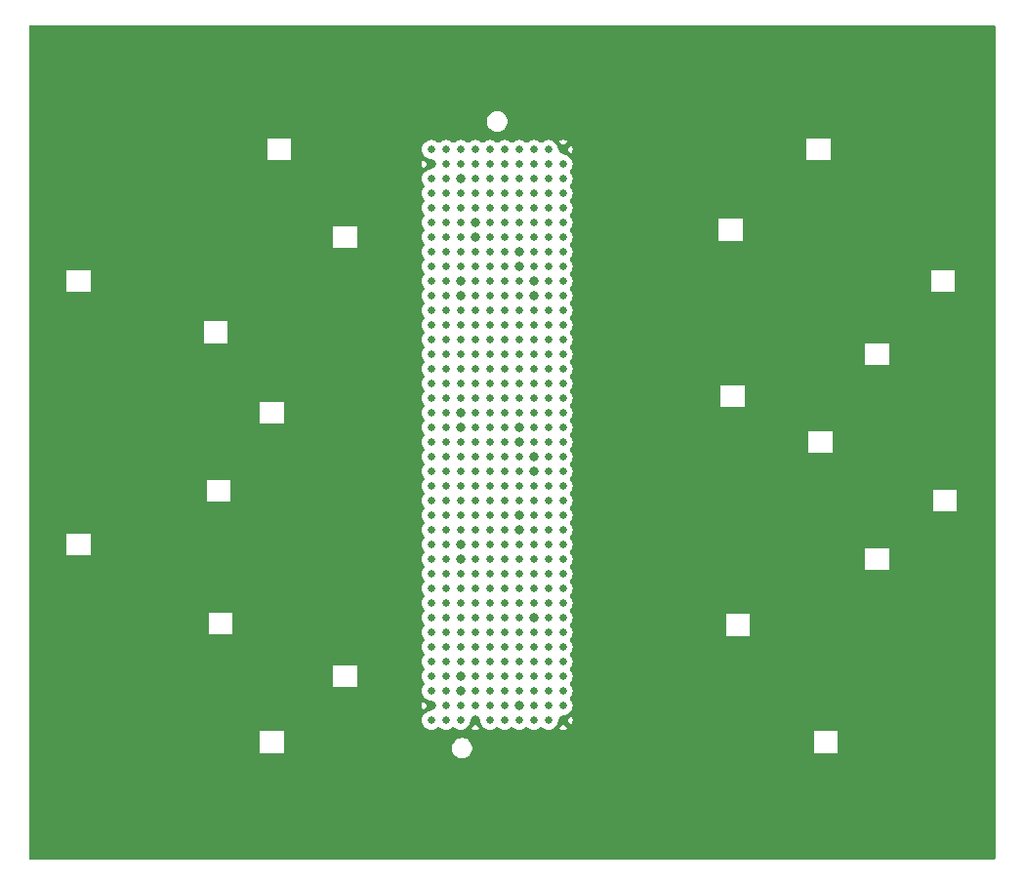
<source format=gbr>
%TF.GenerationSoftware,KiCad,Pcbnew,7.0.10*%
%TF.CreationDate,2024-03-14T12:03:47+01:00*%
%TF.ProjectId,FMC_breakout,464d435f-6272-4656-916b-6f75742e6b69,1.2*%
%TF.SameCoordinates,Original*%
%TF.FileFunction,Copper,L2,Bot*%
%TF.FilePolarity,Positive*%
%FSLAX46Y46*%
G04 Gerber Fmt 4.6, Leading zero omitted, Abs format (unit mm)*
G04 Created by KiCad (PCBNEW 7.0.10) date 2024-03-14 12:03:47*
%MOMM*%
%LPD*%
G01*
G04 APERTURE LIST*
%TA.AperFunction,SMDPad,CuDef*%
%ADD10C,0.640000*%
%TD*%
%TA.AperFunction,ViaPad*%
%ADD11C,0.800000*%
%TD*%
G04 APERTURE END LIST*
D10*
%TO.P,J0,A1,Pin_1*%
%TO.N,GND*%
X76805000Y-67310000D03*
%TO.P,J0,A2,Pin_2*%
%TO.N,unconnected-(J0A-Pin_2-PadA2)*%
X76805000Y-68580000D03*
%TO.P,J0,A3,Pin_3*%
%TO.N,unconnected-(J0A-Pin_3-PadA3)*%
X76805000Y-69850000D03*
%TO.P,J0,A4,Pin_4*%
%TO.N,unconnected-(J0A-Pin_4-PadA4)*%
X76805000Y-71120000D03*
%TO.P,J0,A5,Pin_5*%
%TO.N,unconnected-(J0A-Pin_5-PadA5)*%
X76805000Y-72390000D03*
%TO.P,J0,A6,Pin_6*%
%TO.N,unconnected-(J0A-Pin_6-PadA6)*%
X76805000Y-73660000D03*
%TO.P,J0,A7,Pin_7*%
%TO.N,unconnected-(J0A-Pin_7-PadA7)*%
X76805000Y-74930000D03*
%TO.P,J0,A8,Pin_8*%
%TO.N,unconnected-(J0A-Pin_8-PadA8)*%
X76805000Y-76200000D03*
%TO.P,J0,A9,Pin_9*%
%TO.N,unconnected-(J0A-Pin_9-PadA9)*%
X76805000Y-77470000D03*
%TO.P,J0,A10,Pin_10*%
%TO.N,unconnected-(J0A-Pin_10-PadA10)*%
X76805000Y-78740000D03*
%TO.P,J0,A11,Pin_11*%
%TO.N,unconnected-(J0A-Pin_11-PadA11)*%
X76805000Y-80010000D03*
%TO.P,J0,A12,Pin_12*%
%TO.N,unconnected-(J0A-Pin_12-PadA12)*%
X76805000Y-81280000D03*
%TO.P,J0,A13,Pin_13*%
%TO.N,unconnected-(J0A-Pin_13-PadA13)*%
X76805000Y-82550000D03*
%TO.P,J0,A14,Pin_14*%
%TO.N,unconnected-(J0A-Pin_14-PadA14)*%
X76805000Y-83820000D03*
%TO.P,J0,A15,Pin_15*%
%TO.N,unconnected-(J0A-Pin_15-PadA15)*%
X76805000Y-85090000D03*
%TO.P,J0,A16,Pin_16*%
%TO.N,unconnected-(J0A-Pin_16-PadA16)*%
X76805000Y-86360000D03*
%TO.P,J0,A17,Pin_17*%
%TO.N,unconnected-(J0A-Pin_17-PadA17)*%
X76805000Y-87630000D03*
%TO.P,J0,A18,Pin_18*%
%TO.N,unconnected-(J0A-Pin_18-PadA18)*%
X76805000Y-88900000D03*
%TO.P,J0,A19,Pin_19*%
%TO.N,unconnected-(J0A-Pin_19-PadA19)*%
X76805000Y-90170000D03*
%TO.P,J0,A20,Pin_20*%
%TO.N,unconnected-(J0A-Pin_20-PadA20)*%
X76805000Y-91435000D03*
%TO.P,J0,A21,Pin_21*%
%TO.N,unconnected-(J0A-Pin_21-PadA21)*%
X76805000Y-92715000D03*
%TO.P,J0,A22,Pin_22*%
%TO.N,unconnected-(J0A-Pin_22-PadA22)*%
X76805000Y-93980000D03*
%TO.P,J0,A23,Pin_23*%
%TO.N,unconnected-(J0A-Pin_23-PadA23)*%
X76805000Y-95250000D03*
%TO.P,J0,A24,Pin_24*%
%TO.N,unconnected-(J0A-Pin_24-PadA24)*%
X76805000Y-96520000D03*
%TO.P,J0,A25,Pin_25*%
%TO.N,unconnected-(J0A-Pin_25-PadA25)*%
X76805000Y-97790000D03*
%TO.P,J0,A26,Pin_26*%
%TO.N,unconnected-(J0A-Pin_26-PadA26)*%
X76805000Y-99060000D03*
%TO.P,J0,A27,Pin_27*%
%TO.N,unconnected-(J0A-Pin_27-PadA27)*%
X76805000Y-100330000D03*
%TO.P,J0,A28,Pin_28*%
%TO.N,unconnected-(J0A-Pin_28-PadA28)*%
X76805000Y-101600000D03*
%TO.P,J0,A29,Pin_29*%
%TO.N,unconnected-(J0A-Pin_29-PadA29)*%
X76805000Y-102870000D03*
%TO.P,J0,A30,Pin_30*%
%TO.N,unconnected-(J0A-Pin_30-PadA30)*%
X76805000Y-104140000D03*
%TO.P,J0,A31,Pin_31*%
%TO.N,unconnected-(J0A-Pin_31-PadA31)*%
X76805000Y-105410000D03*
%TO.P,J0,A32,Pin_32*%
%TO.N,unconnected-(J0A-Pin_32-PadA32)*%
X76805000Y-106680000D03*
%TO.P,J0,A33,Pin_33*%
%TO.N,unconnected-(J0A-Pin_33-PadA33)*%
X76805000Y-107950000D03*
%TO.P,J0,A34,Pin_34*%
%TO.N,unconnected-(J0A-Pin_34-PadA34)*%
X76805000Y-109220000D03*
%TO.P,J0,A35,Pin_35*%
%TO.N,unconnected-(J0A-Pin_35-PadA35)*%
X76805000Y-110490000D03*
%TO.P,J0,A36,Pin_36*%
%TO.N,unconnected-(J0A-Pin_36-PadA36)*%
X76805000Y-111760000D03*
%TO.P,J0,A37,Pin_37*%
%TO.N,unconnected-(J0A-Pin_37-PadA37)*%
X76805000Y-113030000D03*
%TO.P,J0,A38,Pin_38*%
%TO.N,unconnected-(J0A-Pin_38-PadA38)*%
X76805000Y-114300000D03*
%TO.P,J0,A39,Pin_39*%
%TO.N,unconnected-(J0A-Pin_39-PadA39)*%
X76805000Y-115570000D03*
%TO.P,J0,A40,Pin_40*%
%TO.N,GND*%
X76805000Y-116840000D03*
%TO.P,J0,B1,Pin_1*%
%TO.N,unconnected-(J0B-Pin_1-PadB1)*%
X75535000Y-67310000D03*
%TO.P,J0,B2,Pin_2*%
%TO.N,unconnected-(J0B-Pin_2-PadB2)*%
X75535000Y-68580000D03*
%TO.P,J0,B3,Pin_3*%
%TO.N,unconnected-(J0B-Pin_3-PadB3)*%
X75535000Y-69850000D03*
%TO.P,J0,B4,Pin_4*%
%TO.N,unconnected-(J0B-Pin_4-PadB4)*%
X75535000Y-71120000D03*
%TO.P,J0,B5,Pin_5*%
%TO.N,unconnected-(J0B-Pin_5-PadB5)*%
X75535000Y-72390000D03*
%TO.P,J0,B6,Pin_6*%
%TO.N,unconnected-(J0B-Pin_6-PadB6)*%
X75535000Y-73660000D03*
%TO.P,J0,B7,Pin_7*%
%TO.N,unconnected-(J0B-Pin_7-PadB7)*%
X75535000Y-74930000D03*
%TO.P,J0,B8,Pin_8*%
%TO.N,unconnected-(J0B-Pin_8-PadB8)*%
X75535000Y-76200000D03*
%TO.P,J0,B9,Pin_9*%
%TO.N,unconnected-(J0B-Pin_9-PadB9)*%
X75535000Y-77470000D03*
%TO.P,J0,B10,Pin_10*%
%TO.N,unconnected-(J0B-Pin_10-PadB10)*%
X75535000Y-78740000D03*
%TO.P,J0,B11,Pin_11*%
%TO.N,unconnected-(J0B-Pin_11-PadB11)*%
X75535000Y-80010000D03*
%TO.P,J0,B12,Pin_12*%
%TO.N,unconnected-(J0B-Pin_12-PadB12)*%
X75535000Y-81280000D03*
%TO.P,J0,B13,Pin_13*%
%TO.N,unconnected-(J0B-Pin_13-PadB13)*%
X75535000Y-82550000D03*
%TO.P,J0,B14,Pin_14*%
%TO.N,unconnected-(J0B-Pin_14-PadB14)*%
X75535000Y-83820000D03*
%TO.P,J0,B15,Pin_15*%
%TO.N,unconnected-(J0B-Pin_15-PadB15)*%
X75535000Y-85090000D03*
%TO.P,J0,B16,Pin_16*%
%TO.N,unconnected-(J0B-Pin_16-PadB16)*%
X75535000Y-86360000D03*
%TO.P,J0,B17,Pin_17*%
%TO.N,unconnected-(J0B-Pin_17-PadB17)*%
X75535000Y-87630000D03*
%TO.P,J0,B18,Pin_18*%
%TO.N,unconnected-(J0B-Pin_18-PadB18)*%
X75535000Y-88900000D03*
%TO.P,J0,B19,Pin_19*%
%TO.N,unconnected-(J0B-Pin_19-PadB19)*%
X75535000Y-90170000D03*
%TO.P,J0,B20,Pin_20*%
%TO.N,unconnected-(J0B-Pin_20-PadB20)*%
X75535000Y-91435000D03*
%TO.P,J0,B21,Pin_21*%
%TO.N,unconnected-(J0B-Pin_21-PadB21)*%
X75535000Y-92715000D03*
%TO.P,J0,B22,Pin_22*%
%TO.N,unconnected-(J0B-Pin_22-PadB22)*%
X75535000Y-93980000D03*
%TO.P,J0,B23,Pin_23*%
%TO.N,unconnected-(J0B-Pin_23-PadB23)*%
X75535000Y-95250000D03*
%TO.P,J0,B24,Pin_24*%
%TO.N,unconnected-(J0B-Pin_24-PadB24)*%
X75535000Y-96520000D03*
%TO.P,J0,B25,Pin_25*%
%TO.N,unconnected-(J0B-Pin_25-PadB25)*%
X75535000Y-97790000D03*
%TO.P,J0,B26,Pin_26*%
%TO.N,unconnected-(J0B-Pin_26-PadB26)*%
X75535000Y-99060000D03*
%TO.P,J0,B27,Pin_27*%
%TO.N,unconnected-(J0B-Pin_27-PadB27)*%
X75535000Y-100330000D03*
%TO.P,J0,B28,Pin_28*%
%TO.N,unconnected-(J0B-Pin_28-PadB28)*%
X75535000Y-101600000D03*
%TO.P,J0,B29,Pin_29*%
%TO.N,unconnected-(J0B-Pin_29-PadB29)*%
X75535000Y-102870000D03*
%TO.P,J0,B30,Pin_30*%
%TO.N,unconnected-(J0B-Pin_30-PadB30)*%
X75535000Y-104140000D03*
%TO.P,J0,B31,Pin_31*%
%TO.N,unconnected-(J0B-Pin_31-PadB31)*%
X75535000Y-105410000D03*
%TO.P,J0,B32,Pin_32*%
%TO.N,unconnected-(J0B-Pin_32-PadB32)*%
X75535000Y-106680000D03*
%TO.P,J0,B33,Pin_33*%
%TO.N,unconnected-(J0B-Pin_33-PadB33)*%
X75535000Y-107950000D03*
%TO.P,J0,B34,Pin_34*%
%TO.N,unconnected-(J0B-Pin_34-PadB34)*%
X75535000Y-109220000D03*
%TO.P,J0,B35,Pin_35*%
%TO.N,unconnected-(J0B-Pin_35-PadB35)*%
X75535000Y-110490000D03*
%TO.P,J0,B36,Pin_36*%
%TO.N,unconnected-(J0B-Pin_36-PadB36)*%
X75535000Y-111760000D03*
%TO.P,J0,B37,Pin_37*%
%TO.N,unconnected-(J0B-Pin_37-PadB37)*%
X75535000Y-113030000D03*
%TO.P,J0,B38,Pin_38*%
%TO.N,unconnected-(J0B-Pin_38-PadB38)*%
X75535000Y-114300000D03*
%TO.P,J0,B39,Pin_39*%
%TO.N,unconnected-(J0B-Pin_39-PadB39)*%
X75535000Y-115570000D03*
%TO.P,J0,B40,Pin_40*%
%TO.N,unconnected-(J0B-Pin_40-PadB40)*%
X75535000Y-116840000D03*
%TO.P,J0,C1,Pin_1*%
%TO.N,unconnected-(J0C-Pin_1-PadC1)*%
X74265000Y-67310000D03*
%TO.P,J0,C2,Pin_2*%
%TO.N,unconnected-(J0C-Pin_2-PadC2)*%
X74265000Y-68580000D03*
%TO.P,J0,C3,Pin_3*%
%TO.N,unconnected-(J0C-Pin_3-PadC3)*%
X74265000Y-69850000D03*
%TO.P,J0,C4,Pin_4*%
%TO.N,unconnected-(J0C-Pin_4-PadC4)*%
X74265000Y-71120000D03*
%TO.P,J0,C5,Pin_5*%
%TO.N,unconnected-(J0C-Pin_5-PadC5)*%
X74265000Y-72390000D03*
%TO.P,J0,C6,Pin_6*%
%TO.N,unconnected-(J0C-Pin_6-PadC6)*%
X74265000Y-73660000D03*
%TO.P,J0,C7,Pin_7*%
%TO.N,unconnected-(J0C-Pin_7-PadC7)*%
X74265000Y-74930000D03*
%TO.P,J0,C8,Pin_8*%
%TO.N,unconnected-(J0C-Pin_8-PadC8)*%
X74265000Y-76200000D03*
%TO.P,J0,C9,Pin_9*%
%TO.N,unconnected-(J0C-Pin_9-PadC9)*%
X74265000Y-77470000D03*
%TO.P,J0,C10,Pin_10*%
%TO.N,Net-(J0C-Pin_10)*%
X74265000Y-78740000D03*
%TO.P,J0,C11,Pin_11*%
%TO.N,Net-(J0C-Pin_11)*%
X74265000Y-80010000D03*
%TO.P,J0,C12,Pin_12*%
%TO.N,unconnected-(J0C-Pin_12-PadC12)*%
X74265000Y-81280000D03*
%TO.P,J0,C13,Pin_13*%
%TO.N,unconnected-(J0C-Pin_13-PadC13)*%
X74265000Y-82550000D03*
%TO.P,J0,C14,Pin_14*%
%TO.N,unconnected-(J0C-Pin_14-PadC14)*%
X74265000Y-83820000D03*
%TO.P,J0,C15,Pin_15*%
%TO.N,unconnected-(J0C-Pin_15-PadC15)*%
X74265000Y-85090000D03*
%TO.P,J0,C16,Pin_16*%
%TO.N,unconnected-(J0C-Pin_16-PadC16)*%
X74265000Y-86360000D03*
%TO.P,J0,C17,Pin_17*%
%TO.N,unconnected-(J0C-Pin_17-PadC17)*%
X74265000Y-87630000D03*
%TO.P,J0,C18,Pin_18*%
%TO.N,unconnected-(J0C-Pin_18-PadC18)*%
X74265000Y-88900000D03*
%TO.P,J0,C19,Pin_19*%
%TO.N,unconnected-(J0C-Pin_19-PadC19)*%
X74265000Y-90170000D03*
%TO.P,J0,C20,Pin_20*%
%TO.N,unconnected-(J0C-Pin_20-PadC20)*%
X74265000Y-91435000D03*
%TO.P,J0,C21,Pin_21*%
%TO.N,unconnected-(J0C-Pin_21-PadC21)*%
X74265000Y-92715000D03*
%TO.P,J0,C22,Pin_22*%
%TO.N,Net-(J0C-Pin_22)*%
X74265000Y-93980000D03*
%TO.P,J0,C23,Pin_23*%
%TO.N,Net-(J0C-Pin_23)*%
X74265000Y-95250000D03*
%TO.P,J0,C24,Pin_24*%
%TO.N,unconnected-(J0C-Pin_24-PadC24)*%
X74265000Y-96520000D03*
%TO.P,J0,C25,Pin_25*%
%TO.N,unconnected-(J0C-Pin_25-PadC25)*%
X74265000Y-97790000D03*
%TO.P,J0,C26,Pin_26*%
%TO.N,unconnected-(J0C-Pin_26-PadC26)*%
X74265000Y-99060000D03*
%TO.P,J0,C27,Pin_27*%
%TO.N,unconnected-(J0C-Pin_27-PadC27)*%
X74265000Y-100330000D03*
%TO.P,J0,C28,Pin_28*%
%TO.N,unconnected-(J0C-Pin_28-PadC28)*%
X74265000Y-101600000D03*
%TO.P,J0,C29,Pin_29*%
%TO.N,unconnected-(J0C-Pin_29-PadC29)*%
X74265000Y-102870000D03*
%TO.P,J0,C30,Pin_30*%
%TO.N,unconnected-(J0C-Pin_30-PadC30)*%
X74265000Y-104140000D03*
%TO.P,J0,C31,Pin_31*%
%TO.N,unconnected-(J0C-Pin_31-PadC31)*%
X74265000Y-105410000D03*
%TO.P,J0,C32,Pin_32*%
%TO.N,unconnected-(J0C-Pin_32-PadC32)*%
X74265000Y-106680000D03*
%TO.P,J0,C33,Pin_33*%
%TO.N,GND*%
X74265000Y-107950000D03*
%TO.P,J0,C34,Pin_34*%
%TO.N,unconnected-(J0C-Pin_34-PadC34)*%
X74265000Y-109220000D03*
%TO.P,J0,C35,Pin_35*%
%TO.N,unconnected-(J0C-Pin_35-PadC35)*%
X74265000Y-110490000D03*
%TO.P,J0,C36,Pin_36*%
%TO.N,unconnected-(J0C-Pin_36-PadC36)*%
X74265000Y-111760000D03*
%TO.P,J0,C37,Pin_37*%
%TO.N,unconnected-(J0C-Pin_37-PadC37)*%
X74265000Y-113030000D03*
%TO.P,J0,C38,Pin_38*%
%TO.N,unconnected-(J0C-Pin_38-PadC38)*%
X74265000Y-114300000D03*
%TO.P,J0,C39,Pin_39*%
%TO.N,unconnected-(J0C-Pin_39-PadC39)*%
X74265000Y-115570000D03*
%TO.P,J0,C40,Pin_40*%
%TO.N,unconnected-(J0C-Pin_40-PadC40)*%
X74265000Y-116840000D03*
%TO.P,J0,D1,Pin_1*%
%TO.N,unconnected-(J0D-Pin_1-PadD1)*%
X72995000Y-67310000D03*
%TO.P,J0,D2,Pin_2*%
%TO.N,unconnected-(J0D-Pin_2-PadD2)*%
X72995000Y-68580000D03*
%TO.P,J0,D3,Pin_3*%
%TO.N,unconnected-(J0D-Pin_3-PadD3)*%
X72995000Y-69850000D03*
%TO.P,J0,D4,Pin_4*%
%TO.N,unconnected-(J0D-Pin_4-PadD4)*%
X72995000Y-71120000D03*
%TO.P,J0,D5,Pin_5*%
%TO.N,unconnected-(J0D-Pin_5-PadD5)*%
X72995000Y-72390000D03*
%TO.P,J0,D6,Pin_6*%
%TO.N,unconnected-(J0D-Pin_6-PadD6)*%
X72995000Y-73660000D03*
%TO.P,J0,D7,Pin_7*%
%TO.N,unconnected-(J0D-Pin_7-PadD7)*%
X72995000Y-74930000D03*
%TO.P,J0,D8,Pin_8*%
%TO.N,Net-(J0D-Pin_8)*%
X72995000Y-76200000D03*
%TO.P,J0,D9,Pin_9*%
%TO.N,Net-(J0D-Pin_9)*%
X72995000Y-77470000D03*
%TO.P,J0,D10,Pin_10*%
%TO.N,unconnected-(J0D-Pin_10-PadD10)*%
X72995000Y-78740000D03*
%TO.P,J0,D11,Pin_11*%
%TO.N,unconnected-(J0D-Pin_11-PadD11)*%
X72995000Y-80010000D03*
%TO.P,J0,D12,Pin_12*%
%TO.N,unconnected-(J0D-Pin_12-PadD12)*%
X72995000Y-81280000D03*
%TO.P,J0,D13,Pin_13*%
%TO.N,unconnected-(J0D-Pin_13-PadD13)*%
X72995000Y-82550000D03*
%TO.P,J0,D14,Pin_14*%
%TO.N,unconnected-(J0D-Pin_14-PadD14)*%
X72995000Y-83820000D03*
%TO.P,J0,D15,Pin_15*%
%TO.N,unconnected-(J0D-Pin_15-PadD15)*%
X72995000Y-85090000D03*
%TO.P,J0,D16,Pin_16*%
%TO.N,unconnected-(J0D-Pin_16-PadD16)*%
X72995000Y-86360000D03*
%TO.P,J0,D17,Pin_17*%
%TO.N,unconnected-(J0D-Pin_17-PadD17)*%
X72995000Y-87630000D03*
%TO.P,J0,D18,Pin_18*%
%TO.N,unconnected-(J0D-Pin_18-PadD18)*%
X72995000Y-88900000D03*
%TO.P,J0,D19,Pin_19*%
%TO.N,unconnected-(J0D-Pin_19-PadD19)*%
X72995000Y-90170000D03*
%TO.P,J0,D20,Pin_20*%
%TO.N,Net-(J0D-Pin_20)*%
X72995000Y-91435000D03*
%TO.P,J0,D21,Pin_21*%
%TO.N,Net-(J0D-Pin_21)*%
X72995000Y-92715000D03*
%TO.P,J0,D22,Pin_22*%
%TO.N,unconnected-(J0D-Pin_22-PadD22)*%
X72995000Y-93980000D03*
%TO.P,J0,D23,Pin_23*%
%TO.N,unconnected-(J0D-Pin_23-PadD23)*%
X72995000Y-95250000D03*
%TO.P,J0,D24,Pin_24*%
%TO.N,unconnected-(J0D-Pin_24-PadD24)*%
X72995000Y-96520000D03*
%TO.P,J0,D25,Pin_25*%
%TO.N,unconnected-(J0D-Pin_25-PadD25)*%
X72995000Y-97790000D03*
%TO.P,J0,D26,Pin_26*%
%TO.N,Net-(J0D-Pin_26)*%
X72995000Y-99060000D03*
%TO.P,J0,D27,Pin_27*%
%TO.N,Net-(J0D-Pin_27)*%
X72995000Y-100330000D03*
%TO.P,J0,D28,Pin_28*%
%TO.N,unconnected-(J0D-Pin_28-PadD28)*%
X72995000Y-101600000D03*
%TO.P,J0,D29,Pin_29*%
%TO.N,unconnected-(J0D-Pin_29-PadD29)*%
X72995000Y-102870000D03*
%TO.P,J0,D30,Pin_30*%
%TO.N,unconnected-(J0D-Pin_30-PadD30)*%
X72995000Y-104140000D03*
%TO.P,J0,D31,Pin_31*%
%TO.N,unconnected-(J0D-Pin_31-PadD31)*%
X72995000Y-105410000D03*
%TO.P,J0,D32,Pin_32*%
%TO.N,unconnected-(J0D-Pin_32-PadD32)*%
X72995000Y-106680000D03*
%TO.P,J0,D33,Pin_33*%
%TO.N,unconnected-(J0D-Pin_33-PadD33)*%
X72995000Y-107950000D03*
%TO.P,J0,D34,Pin_34*%
%TO.N,unconnected-(J0D-Pin_34-PadD34)*%
X72995000Y-109220000D03*
%TO.P,J0,D35,Pin_35*%
%TO.N,unconnected-(J0D-Pin_35-PadD35)*%
X72995000Y-110490000D03*
%TO.P,J0,D36,Pin_36*%
%TO.N,unconnected-(J0D-Pin_36-PadD36)*%
X72995000Y-111760000D03*
%TO.P,J0,D37,Pin_37*%
%TO.N,unconnected-(J0D-Pin_37-PadD37)*%
X72995000Y-113030000D03*
%TO.P,J0,D38,Pin_38*%
%TO.N,unconnected-(J0D-Pin_38-PadD38)*%
X72995000Y-114300000D03*
%TO.P,J0,D39,Pin_39*%
%TO.N,GND*%
X72995000Y-115570000D03*
%TO.P,J0,D40,Pin_40*%
%TO.N,unconnected-(J0D-Pin_40-PadD40)*%
X72995000Y-116840000D03*
%TO.P,J0,E1,Pin_1*%
%TO.N,unconnected-(J0E-Pin_1-PadE1)*%
X71730000Y-67310000D03*
%TO.P,J0,E2,Pin_2*%
%TO.N,unconnected-(J0E-Pin_2-PadE2)*%
X71730000Y-68580000D03*
%TO.P,J0,E3,Pin_3*%
%TO.N,unconnected-(J0E-Pin_3-PadE3)*%
X71730000Y-69850000D03*
%TO.P,J0,E4,Pin_4*%
%TO.N,unconnected-(J0E-Pin_4-PadE4)*%
X71730000Y-71120000D03*
%TO.P,J0,E5,Pin_5*%
%TO.N,unconnected-(J0E-Pin_5-PadE5)*%
X71730000Y-72390000D03*
%TO.P,J0,E6,Pin_6*%
%TO.N,unconnected-(J0E-Pin_6-PadE6)*%
X71730000Y-73660000D03*
%TO.P,J0,E7,Pin_7*%
%TO.N,unconnected-(J0E-Pin_7-PadE7)*%
X71730000Y-74930000D03*
%TO.P,J0,E8,Pin_8*%
%TO.N,unconnected-(J0E-Pin_8-PadE8)*%
X71730000Y-76200000D03*
%TO.P,J0,E9,Pin_9*%
%TO.N,unconnected-(J0E-Pin_9-PadE9)*%
X71730000Y-77470000D03*
%TO.P,J0,E10,Pin_10*%
%TO.N,unconnected-(J0E-Pin_10-PadE10)*%
X71730000Y-78740000D03*
%TO.P,J0,E11,Pin_11*%
%TO.N,unconnected-(J0E-Pin_11-PadE11)*%
X71730000Y-80010000D03*
%TO.P,J0,E12,Pin_12*%
%TO.N,unconnected-(J0E-Pin_12-PadE12)*%
X71730000Y-81280000D03*
%TO.P,J0,E13,Pin_13*%
%TO.N,unconnected-(J0E-Pin_13-PadE13)*%
X71730000Y-82550000D03*
%TO.P,J0,E14,Pin_14*%
%TO.N,unconnected-(J0E-Pin_14-PadE14)*%
X71730000Y-83820000D03*
%TO.P,J0,E15,Pin_15*%
%TO.N,unconnected-(J0E-Pin_15-PadE15)*%
X71730000Y-85090000D03*
%TO.P,J0,E16,Pin_16*%
%TO.N,unconnected-(J0E-Pin_16-PadE16)*%
X71730000Y-86360000D03*
%TO.P,J0,E17,Pin_17*%
%TO.N,unconnected-(J0E-Pin_17-PadE17)*%
X71730000Y-87630000D03*
%TO.P,J0,E18,Pin_18*%
%TO.N,unconnected-(J0E-Pin_18-PadE18)*%
X71730000Y-88900000D03*
%TO.P,J0,E19,Pin_19*%
%TO.N,unconnected-(J0E-Pin_19-PadE19)*%
X71730000Y-90170000D03*
%TO.P,J0,E20,Pin_20*%
%TO.N,unconnected-(J0E-Pin_20-PadE20)*%
X71730000Y-91435000D03*
%TO.P,J0,E21,Pin_21*%
%TO.N,unconnected-(J0E-Pin_21-PadE21)*%
X71730000Y-92715000D03*
%TO.P,J0,E22,Pin_22*%
%TO.N,unconnected-(J0E-Pin_22-PadE22)*%
X71730000Y-93980000D03*
%TO.P,J0,E23,Pin_23*%
%TO.N,unconnected-(J0E-Pin_23-PadE23)*%
X71730000Y-95250000D03*
%TO.P,J0,E24,Pin_24*%
%TO.N,unconnected-(J0E-Pin_24-PadE24)*%
X71730000Y-96520000D03*
%TO.P,J0,E25,Pin_25*%
%TO.N,unconnected-(J0E-Pin_25-PadE25)*%
X71730000Y-97790000D03*
%TO.P,J0,E26,Pin_26*%
%TO.N,unconnected-(J0E-Pin_26-PadE26)*%
X71730000Y-99060000D03*
%TO.P,J0,E27,Pin_27*%
%TO.N,unconnected-(J0E-Pin_27-PadE27)*%
X71730000Y-100330000D03*
%TO.P,J0,E28,Pin_28*%
%TO.N,unconnected-(J0E-Pin_28-PadE28)*%
X71730000Y-101600000D03*
%TO.P,J0,E29,Pin_29*%
%TO.N,unconnected-(J0E-Pin_29-PadE29)*%
X71730000Y-102870000D03*
%TO.P,J0,E30,Pin_30*%
%TO.N,unconnected-(J0E-Pin_30-PadE30)*%
X71730000Y-104140000D03*
%TO.P,J0,E31,Pin_31*%
%TO.N,unconnected-(J0E-Pin_31-PadE31)*%
X71730000Y-105410000D03*
%TO.P,J0,E32,Pin_32*%
%TO.N,unconnected-(J0E-Pin_32-PadE32)*%
X71730000Y-106680000D03*
%TO.P,J0,E33,Pin_33*%
%TO.N,unconnected-(J0E-Pin_33-PadE33)*%
X71730000Y-107950000D03*
%TO.P,J0,E34,Pin_34*%
%TO.N,unconnected-(J0E-Pin_34-PadE34)*%
X71730000Y-109220000D03*
%TO.P,J0,E35,Pin_35*%
%TO.N,unconnected-(J0E-Pin_35-PadE35)*%
X71730000Y-110490000D03*
%TO.P,J0,E36,Pin_36*%
%TO.N,unconnected-(J0E-Pin_36-PadE36)*%
X71730000Y-111760000D03*
%TO.P,J0,E37,Pin_37*%
%TO.N,unconnected-(J0E-Pin_37-PadE37)*%
X71730000Y-113030000D03*
%TO.P,J0,E38,Pin_38*%
%TO.N,unconnected-(J0E-Pin_38-PadE38)*%
X71730000Y-114300000D03*
%TO.P,J0,E39,Pin_39*%
%TO.N,unconnected-(J0E-Pin_39-PadE39)*%
X71730000Y-115570000D03*
%TO.P,J0,E40,Pin_40*%
%TO.N,unconnected-(J0E-Pin_40-PadE40)*%
X71730000Y-116840000D03*
%TO.P,J0,F1,Pin_1*%
%TO.N,unconnected-(J0F-Pin_1-PadF1)*%
X70450000Y-67310000D03*
%TO.P,J0,F2,Pin_2*%
%TO.N,unconnected-(J0F-Pin_2-PadF2)*%
X70450000Y-68580000D03*
%TO.P,J0,F3,Pin_3*%
%TO.N,unconnected-(J0F-Pin_3-PadF3)*%
X70450000Y-69850000D03*
%TO.P,J0,F4,Pin_4*%
%TO.N,unconnected-(J0F-Pin_4-PadF4)*%
X70450000Y-71120000D03*
%TO.P,J0,F5,Pin_5*%
%TO.N,unconnected-(J0F-Pin_5-PadF5)*%
X70450000Y-72390000D03*
%TO.P,J0,F6,Pin_6*%
%TO.N,unconnected-(J0F-Pin_6-PadF6)*%
X70450000Y-73660000D03*
%TO.P,J0,F7,Pin_7*%
%TO.N,unconnected-(J0F-Pin_7-PadF7)*%
X70450000Y-74930000D03*
%TO.P,J0,F8,Pin_8*%
%TO.N,unconnected-(J0F-Pin_8-PadF8)*%
X70450000Y-76200000D03*
%TO.P,J0,F9,Pin_9*%
%TO.N,unconnected-(J0F-Pin_9-PadF9)*%
X70450000Y-77470000D03*
%TO.P,J0,F10,Pin_10*%
%TO.N,unconnected-(J0F-Pin_10-PadF10)*%
X70450000Y-78740000D03*
%TO.P,J0,F11,Pin_11*%
%TO.N,unconnected-(J0F-Pin_11-PadF11)*%
X70450000Y-80010000D03*
%TO.P,J0,F12,Pin_12*%
%TO.N,unconnected-(J0F-Pin_12-PadF12)*%
X70450000Y-81280000D03*
%TO.P,J0,F13,Pin_13*%
%TO.N,unconnected-(J0F-Pin_13-PadF13)*%
X70450000Y-82550000D03*
%TO.P,J0,F14,Pin_14*%
%TO.N,unconnected-(J0F-Pin_14-PadF14)*%
X70450000Y-83820000D03*
%TO.P,J0,F15,Pin_15*%
%TO.N,unconnected-(J0F-Pin_15-PadF15)*%
X70450000Y-85090000D03*
%TO.P,J0,F16,Pin_16*%
%TO.N,unconnected-(J0F-Pin_16-PadF16)*%
X70450000Y-86360000D03*
%TO.P,J0,F17,Pin_17*%
%TO.N,unconnected-(J0F-Pin_17-PadF17)*%
X70450000Y-87630000D03*
%TO.P,J0,F18,Pin_18*%
%TO.N,unconnected-(J0F-Pin_18-PadF18)*%
X70450000Y-88900000D03*
%TO.P,J0,F19,Pin_19*%
%TO.N,unconnected-(J0F-Pin_19-PadF19)*%
X70450000Y-90170000D03*
%TO.P,J0,F20,Pin_20*%
%TO.N,unconnected-(J0F-Pin_20-PadF20)*%
X70450000Y-91435000D03*
%TO.P,J0,F21,Pin_21*%
%TO.N,unconnected-(J0F-Pin_21-PadF21)*%
X70450000Y-92715000D03*
%TO.P,J0,F22,Pin_22*%
%TO.N,unconnected-(J0F-Pin_22-PadF22)*%
X70450000Y-93980000D03*
%TO.P,J0,F23,Pin_23*%
%TO.N,unconnected-(J0F-Pin_23-PadF23)*%
X70450000Y-95250000D03*
%TO.P,J0,F24,Pin_24*%
%TO.N,unconnected-(J0F-Pin_24-PadF24)*%
X70450000Y-96520000D03*
%TO.P,J0,F25,Pin_25*%
%TO.N,unconnected-(J0F-Pin_25-PadF25)*%
X70450000Y-97790000D03*
%TO.P,J0,F26,Pin_26*%
%TO.N,unconnected-(J0F-Pin_26-PadF26)*%
X70450000Y-99060000D03*
%TO.P,J0,F27,Pin_27*%
%TO.N,unconnected-(J0F-Pin_27-PadF27)*%
X70450000Y-100330000D03*
%TO.P,J0,F28,Pin_28*%
%TO.N,unconnected-(J0F-Pin_28-PadF28)*%
X70450000Y-101600000D03*
%TO.P,J0,F29,Pin_29*%
%TO.N,unconnected-(J0F-Pin_29-PadF29)*%
X70450000Y-102870000D03*
%TO.P,J0,F30,Pin_30*%
%TO.N,unconnected-(J0F-Pin_30-PadF30)*%
X70450000Y-104140000D03*
%TO.P,J0,F31,Pin_31*%
%TO.N,unconnected-(J0F-Pin_31-PadF31)*%
X70450000Y-105410000D03*
%TO.P,J0,F32,Pin_32*%
%TO.N,unconnected-(J0F-Pin_32-PadF32)*%
X70450000Y-106680000D03*
%TO.P,J0,F33,Pin_33*%
%TO.N,unconnected-(J0F-Pin_33-PadF33)*%
X70450000Y-107950000D03*
%TO.P,J0,F34,Pin_34*%
%TO.N,unconnected-(J0F-Pin_34-PadF34)*%
X70450000Y-109220000D03*
%TO.P,J0,F35,Pin_35*%
%TO.N,unconnected-(J0F-Pin_35-PadF35)*%
X70450000Y-110490000D03*
%TO.P,J0,F36,Pin_36*%
%TO.N,unconnected-(J0F-Pin_36-PadF36)*%
X70450000Y-111760000D03*
%TO.P,J0,F37,Pin_37*%
%TO.N,unconnected-(J0F-Pin_37-PadF37)*%
X70450000Y-113030000D03*
%TO.P,J0,F38,Pin_38*%
%TO.N,unconnected-(J0F-Pin_38-PadF38)*%
X70450000Y-114300000D03*
%TO.P,J0,F39,Pin_39*%
%TO.N,unconnected-(J0F-Pin_39-PadF39)*%
X70450000Y-115570000D03*
%TO.P,J0,F40,Pin_40*%
%TO.N,unconnected-(J0F-Pin_40-PadF40)*%
X70450000Y-116840000D03*
%TO.P,J0,G1,Pin_1*%
%TO.N,unconnected-(J0G-Pin_1-PadG1)*%
X69185000Y-67310000D03*
%TO.P,J0,G2,Pin_2*%
%TO.N,unconnected-(J0G-Pin_2-PadG2)*%
X69185000Y-68580000D03*
%TO.P,J0,G3,Pin_3*%
%TO.N,unconnected-(J0G-Pin_3-PadG3)*%
X69185000Y-69850000D03*
%TO.P,J0,G4,Pin_4*%
%TO.N,unconnected-(J0G-Pin_4-PadG4)*%
X69185000Y-71120000D03*
%TO.P,J0,G5,Pin_5*%
%TO.N,unconnected-(J0G-Pin_5-PadG5)*%
X69185000Y-72390000D03*
%TO.P,J0,G6,Pin_6*%
%TO.N,Net-(J0G-Pin_6)*%
X69185000Y-73660000D03*
%TO.P,J0,G7,Pin_7*%
%TO.N,Net-(J0G-Pin_7)*%
X69185000Y-74930000D03*
%TO.P,J0,G8,Pin_8*%
%TO.N,unconnected-(J0G-Pin_8-PadG8)*%
X69185000Y-76200000D03*
%TO.P,J0,G9,Pin_9*%
%TO.N,unconnected-(J0G-Pin_9-PadG9)*%
X69185000Y-77470000D03*
%TO.P,J0,G10,Pin_10*%
%TO.N,unconnected-(J0G-Pin_10-PadG10)*%
X69185000Y-78740000D03*
%TO.P,J0,G11,Pin_11*%
%TO.N,unconnected-(J0G-Pin_11-PadG11)*%
X69185000Y-80010000D03*
%TO.P,J0,G12,Pin_12*%
%TO.N,unconnected-(J0G-Pin_12-PadG12)*%
X69185000Y-81280000D03*
%TO.P,J0,G13,Pin_13*%
%TO.N,unconnected-(J0G-Pin_13-PadG13)*%
X69185000Y-82550000D03*
%TO.P,J0,G14,Pin_14*%
%TO.N,unconnected-(J0G-Pin_14-PadG14)*%
X69185000Y-83820000D03*
%TO.P,J0,G15,Pin_15*%
%TO.N,unconnected-(J0G-Pin_15-PadG15)*%
X69185000Y-85090000D03*
%TO.P,J0,G16,Pin_16*%
%TO.N,unconnected-(J0G-Pin_16-PadG16)*%
X69185000Y-86360000D03*
%TO.P,J0,G17,Pin_17*%
%TO.N,unconnected-(J0G-Pin_17-PadG17)*%
X69185000Y-87630000D03*
%TO.P,J0,G18,Pin_18*%
%TO.N,unconnected-(J0G-Pin_18-PadG18)*%
X69185000Y-88900000D03*
%TO.P,J0,G19,Pin_19*%
%TO.N,unconnected-(J0G-Pin_19-PadG19)*%
X69185000Y-90170000D03*
%TO.P,J0,G20,Pin_20*%
%TO.N,unconnected-(J0G-Pin_20-PadG20)*%
X69185000Y-91435000D03*
%TO.P,J0,G21,Pin_21*%
%TO.N,unconnected-(J0G-Pin_21-PadG21)*%
X69185000Y-92715000D03*
%TO.P,J0,G22,Pin_22*%
%TO.N,unconnected-(J0G-Pin_22-PadG22)*%
X69185000Y-93980000D03*
%TO.P,J0,G23,Pin_23*%
%TO.N,unconnected-(J0G-Pin_23-PadG23)*%
X69185000Y-95250000D03*
%TO.P,J0,G24,Pin_24*%
%TO.N,unconnected-(J0G-Pin_24-PadG24)*%
X69185000Y-96520000D03*
%TO.P,J0,G25,Pin_25*%
%TO.N,unconnected-(J0G-Pin_25-PadG25)*%
X69185000Y-97790000D03*
%TO.P,J0,G26,Pin_26*%
%TO.N,unconnected-(J0G-Pin_26-PadG26)*%
X69185000Y-99060000D03*
%TO.P,J0,G27,Pin_27*%
%TO.N,unconnected-(J0G-Pin_27-PadG27)*%
X69185000Y-100330000D03*
%TO.P,J0,G28,Pin_28*%
%TO.N,unconnected-(J0G-Pin_28-PadG28)*%
X69185000Y-101600000D03*
%TO.P,J0,G29,Pin_29*%
%TO.N,unconnected-(J0G-Pin_29-PadG29)*%
X69185000Y-102870000D03*
%TO.P,J0,G30,Pin_30*%
%TO.N,unconnected-(J0G-Pin_30-PadG30)*%
X69185000Y-104140000D03*
%TO.P,J0,G31,Pin_31*%
%TO.N,unconnected-(J0G-Pin_31-PadG31)*%
X69185000Y-105410000D03*
%TO.P,J0,G32,Pin_32*%
%TO.N,unconnected-(J0G-Pin_32-PadG32)*%
X69185000Y-106680000D03*
%TO.P,J0,G33,Pin_33*%
%TO.N,unconnected-(J0G-Pin_33-PadG33)*%
X69185000Y-107950000D03*
%TO.P,J0,G34,Pin_34*%
%TO.N,unconnected-(J0G-Pin_34-PadG34)*%
X69185000Y-109220000D03*
%TO.P,J0,G35,Pin_35*%
%TO.N,unconnected-(J0G-Pin_35-PadG35)*%
X69185000Y-110490000D03*
%TO.P,J0,G36,Pin_36*%
%TO.N,unconnected-(J0G-Pin_36-PadG36)*%
X69185000Y-111760000D03*
%TO.P,J0,G37,Pin_37*%
%TO.N,unconnected-(J0G-Pin_37-PadG37)*%
X69185000Y-113030000D03*
%TO.P,J0,G38,Pin_38*%
%TO.N,unconnected-(J0G-Pin_38-PadG38)*%
X69185000Y-114300000D03*
%TO.P,J0,G39,Pin_39*%
%TO.N,unconnected-(J0G-Pin_39-PadG39)*%
X69185000Y-115570000D03*
%TO.P,J0,G40,Pin_40*%
%TO.N,GND*%
X69185000Y-116840000D03*
%TO.P,J0,H1,Pin_1*%
%TO.N,unconnected-(J0H-Pin_1-PadH1)*%
X67915000Y-67310000D03*
%TO.P,J0,H2,Pin_2*%
%TO.N,unconnected-(J0H-Pin_2-PadH2)*%
X67915000Y-68580000D03*
%TO.P,J0,H3,Pin_3*%
%TO.N,GND*%
X67915000Y-69850000D03*
%TO.P,J0,H4,Pin_4*%
%TO.N,unconnected-(J0H-Pin_4-PadH4)*%
X67915000Y-71120000D03*
%TO.P,J0,H5,Pin_5*%
%TO.N,unconnected-(J0H-Pin_5-PadH5)*%
X67915000Y-72390000D03*
%TO.P,J0,H6,Pin_6*%
%TO.N,unconnected-(J0H-Pin_6-PadH6)*%
X67915000Y-73660000D03*
%TO.P,J0,H7,Pin_7*%
%TO.N,unconnected-(J0H-Pin_7-PadH7)*%
X67915000Y-74930000D03*
%TO.P,J0,H8,Pin_8*%
%TO.N,unconnected-(J0H-Pin_8-PadH8)*%
X67915000Y-76200000D03*
%TO.P,J0,H9,Pin_9*%
%TO.N,unconnected-(J0H-Pin_9-PadH9)*%
X67915000Y-77470000D03*
%TO.P,J0,H10,Pin_10*%
%TO.N,Net-(J0H-Pin_10)*%
X67915000Y-78740000D03*
%TO.P,J0,H11,Pin_11*%
%TO.N,Net-(J0H-Pin_11)*%
X67915000Y-80010000D03*
%TO.P,J0,H12,Pin_12*%
%TO.N,unconnected-(J0H-Pin_12-PadH12)*%
X67915000Y-81280000D03*
%TO.P,J0,H13,Pin_13*%
%TO.N,unconnected-(J0H-Pin_13-PadH13)*%
X67915000Y-82550000D03*
%TO.P,J0,H14,Pin_14*%
%TO.N,unconnected-(J0H-Pin_14-PadH14)*%
X67915000Y-83820000D03*
%TO.P,J0,H15,Pin_15*%
%TO.N,unconnected-(J0H-Pin_15-PadH15)*%
X67915000Y-85090000D03*
%TO.P,J0,H16,Pin_16*%
%TO.N,unconnected-(J0H-Pin_16-PadH16)*%
X67915000Y-86360000D03*
%TO.P,J0,H17,Pin_17*%
%TO.N,unconnected-(J0H-Pin_17-PadH17)*%
X67915000Y-87630000D03*
%TO.P,J0,H18,Pin_18*%
%TO.N,unconnected-(J0H-Pin_18-PadH18)*%
X67915000Y-88900000D03*
%TO.P,J0,H19,Pin_19*%
%TO.N,Net-(J0H-Pin_19)*%
X67915000Y-90170000D03*
%TO.P,J0,H20,Pin_20*%
%TO.N,Net-(J0H-Pin_20)*%
X67915000Y-91435000D03*
%TO.P,J0,H21,Pin_21*%
%TO.N,unconnected-(J0H-Pin_21-PadH21)*%
X67915000Y-92715000D03*
%TO.P,J0,H22,Pin_22*%
%TO.N,unconnected-(J0H-Pin_22-PadH22)*%
X67915000Y-93980000D03*
%TO.P,J0,H23,Pin_23*%
%TO.N,unconnected-(J0H-Pin_23-PadH23)*%
X67915000Y-95250000D03*
%TO.P,J0,H24,Pin_24*%
%TO.N,unconnected-(J0H-Pin_24-PadH24)*%
X67915000Y-96520000D03*
%TO.P,J0,H25,Pin_25*%
%TO.N,unconnected-(J0H-Pin_25-PadH25)*%
X67915000Y-97790000D03*
%TO.P,J0,H26,Pin_26*%
%TO.N,unconnected-(J0H-Pin_26-PadH26)*%
X67915000Y-99060000D03*
%TO.P,J0,H27,Pin_27*%
%TO.N,unconnected-(J0H-Pin_27-PadH27)*%
X67915000Y-100330000D03*
%TO.P,J0,H28,Pin_28*%
%TO.N,Net-(J0H-Pin_28)*%
X67915000Y-101600000D03*
%TO.P,J0,H29,Pin_29*%
%TO.N,Net-(J0H-Pin_29)*%
X67915000Y-102870000D03*
%TO.P,J0,H30,Pin_30*%
%TO.N,unconnected-(J0H-Pin_30-PadH30)*%
X67915000Y-104140000D03*
%TO.P,J0,H31,Pin_31*%
%TO.N,unconnected-(J0H-Pin_31-PadH31)*%
X67915000Y-105410000D03*
%TO.P,J0,H32,Pin_32*%
%TO.N,unconnected-(J0H-Pin_32-PadH32)*%
X67915000Y-106680000D03*
%TO.P,J0,H33,Pin_33*%
%TO.N,unconnected-(J0H-Pin_33-PadH33)*%
X67915000Y-107950000D03*
%TO.P,J0,H34,Pin_34*%
%TO.N,unconnected-(J0H-Pin_34-PadH34)*%
X67915000Y-109220000D03*
%TO.P,J0,H35,Pin_35*%
%TO.N,unconnected-(J0H-Pin_35-PadH35)*%
X67915000Y-110490000D03*
%TO.P,J0,H36,Pin_36*%
%TO.N,unconnected-(J0H-Pin_36-PadH36)*%
X67915000Y-111760000D03*
%TO.P,J0,H37,Pin_37*%
%TO.N,Net-(J0H-Pin_37)*%
X67915000Y-113030000D03*
%TO.P,J0,H38,Pin_38*%
%TO.N,Net-(J0H-Pin_38)*%
X67915000Y-114300000D03*
%TO.P,J0,H39,Pin_39*%
%TO.N,unconnected-(J0H-Pin_39-PadH39)*%
X67915000Y-115570000D03*
%TO.P,J0,H40,Pin_40*%
%TO.N,unconnected-(J0H-Pin_40-PadH40)*%
X67915000Y-116840000D03*
%TO.P,J0,J1,Pin_1*%
%TO.N,unconnected-(J0I-Pin_1-PadJ1)*%
X66645000Y-67310000D03*
%TO.P,J0,J2,Pin_2*%
%TO.N,unconnected-(J0I-Pin_2-PadJ2)*%
X66645000Y-68580000D03*
%TO.P,J0,J3,Pin_3*%
%TO.N,unconnected-(J0I-Pin_3-PadJ3)*%
X66645000Y-69850000D03*
%TO.P,J0,J4,Pin_4*%
%TO.N,unconnected-(J0I-Pin_4-PadJ4)*%
X66645000Y-71120000D03*
%TO.P,J0,J5,Pin_5*%
%TO.N,unconnected-(J0I-Pin_5-PadJ5)*%
X66645000Y-72390000D03*
%TO.P,J0,J6,Pin_6*%
%TO.N,unconnected-(J0I-Pin_6-PadJ6)*%
X66645000Y-73660000D03*
%TO.P,J0,J7,Pin_7*%
%TO.N,unconnected-(J0I-Pin_7-PadJ7)*%
X66645000Y-74930000D03*
%TO.P,J0,J8,Pin_8*%
%TO.N,unconnected-(J0I-Pin_8-PadJ8)*%
X66645000Y-76200000D03*
%TO.P,J0,J9,Pin_9*%
%TO.N,unconnected-(J0I-Pin_9-PadJ9)*%
X66645000Y-77470000D03*
%TO.P,J0,J10,Pin_10*%
%TO.N,unconnected-(J0I-Pin_10-PadJ10)*%
X66645000Y-78740000D03*
%TO.P,J0,J11,Pin_11*%
%TO.N,unconnected-(J0I-Pin_11-PadJ11)*%
X66645000Y-80010000D03*
%TO.P,J0,J12,Pin_12*%
%TO.N,unconnected-(J0I-Pin_12-PadJ12)*%
X66645000Y-81280000D03*
%TO.P,J0,J13,Pin_13*%
%TO.N,unconnected-(J0I-Pin_13-PadJ13)*%
X66645000Y-82550000D03*
%TO.P,J0,J14,Pin_14*%
%TO.N,unconnected-(J0I-Pin_14-PadJ14)*%
X66645000Y-83820000D03*
%TO.P,J0,J15,Pin_15*%
%TO.N,unconnected-(J0I-Pin_15-PadJ15)*%
X66645000Y-85090000D03*
%TO.P,J0,J16,Pin_16*%
%TO.N,unconnected-(J0I-Pin_16-PadJ16)*%
X66645000Y-86360000D03*
%TO.P,J0,J17,Pin_17*%
%TO.N,unconnected-(J0I-Pin_17-PadJ17)*%
X66645000Y-87630000D03*
%TO.P,J0,J18,Pin_18*%
%TO.N,unconnected-(J0I-Pin_18-PadJ18)*%
X66645000Y-88900000D03*
%TO.P,J0,J19,Pin_19*%
%TO.N,unconnected-(J0I-Pin_19-PadJ19)*%
X66645000Y-90170000D03*
%TO.P,J0,J20,Pin_20*%
%TO.N,unconnected-(J0I-Pin_20-PadJ20)*%
X66645000Y-91435000D03*
%TO.P,J0,J21,Pin_21*%
%TO.N,unconnected-(J0I-Pin_21-PadJ21)*%
X66645000Y-92715000D03*
%TO.P,J0,J22,Pin_22*%
%TO.N,unconnected-(J0I-Pin_22-PadJ22)*%
X66645000Y-93980000D03*
%TO.P,J0,J23,Pin_23*%
%TO.N,unconnected-(J0I-Pin_23-PadJ23)*%
X66645000Y-95250000D03*
%TO.P,J0,J24,Pin_24*%
%TO.N,unconnected-(J0I-Pin_24-PadJ24)*%
X66645000Y-96520000D03*
%TO.P,J0,J25,Pin_25*%
%TO.N,unconnected-(J0I-Pin_25-PadJ25)*%
X66645000Y-97790000D03*
%TO.P,J0,J26,Pin_26*%
%TO.N,unconnected-(J0I-Pin_26-PadJ26)*%
X66645000Y-99060000D03*
%TO.P,J0,J27,Pin_27*%
%TO.N,unconnected-(J0I-Pin_27-PadJ27)*%
X66645000Y-100330000D03*
%TO.P,J0,J28,Pin_28*%
%TO.N,unconnected-(J0I-Pin_28-PadJ28)*%
X66645000Y-101600000D03*
%TO.P,J0,J29,Pin_29*%
%TO.N,unconnected-(J0I-Pin_29-PadJ29)*%
X66645000Y-102870000D03*
%TO.P,J0,J30,Pin_30*%
%TO.N,unconnected-(J0I-Pin_30-PadJ30)*%
X66645000Y-104140000D03*
%TO.P,J0,J31,Pin_31*%
%TO.N,unconnected-(J0I-Pin_31-PadJ31)*%
X66645000Y-105410000D03*
%TO.P,J0,J32,Pin_32*%
%TO.N,unconnected-(J0I-Pin_32-PadJ32)*%
X66645000Y-106680000D03*
%TO.P,J0,J33,Pin_33*%
%TO.N,unconnected-(J0I-Pin_33-PadJ33)*%
X66645000Y-107950000D03*
%TO.P,J0,J34,Pin_34*%
%TO.N,unconnected-(J0I-Pin_34-PadJ34)*%
X66645000Y-109220000D03*
%TO.P,J0,J35,Pin_35*%
%TO.N,unconnected-(J0I-Pin_35-PadJ35)*%
X66645000Y-110490000D03*
%TO.P,J0,J36,Pin_36*%
%TO.N,unconnected-(J0I-Pin_36-PadJ36)*%
X66645000Y-111760000D03*
%TO.P,J0,J37,Pin_37*%
%TO.N,unconnected-(J0I-Pin_37-PadJ37)*%
X66645000Y-113030000D03*
%TO.P,J0,J38,Pin_38*%
%TO.N,unconnected-(J0I-Pin_38-PadJ38)*%
X66645000Y-114300000D03*
%TO.P,J0,J39,Pin_39*%
%TO.N,unconnected-(J0I-Pin_39-PadJ39)*%
X66645000Y-115570000D03*
%TO.P,J0,J40,Pin_40*%
%TO.N,unconnected-(J0I-Pin_40-PadJ40)*%
X66645000Y-116840000D03*
%TO.P,J0,K1,Pin_1*%
%TO.N,unconnected-(J0J-Pin_1-PadK1)*%
X65375000Y-67310000D03*
%TO.P,J0,K2,Pin_2*%
%TO.N,GND*%
X65375000Y-68580000D03*
%TO.P,J0,K3,Pin_3*%
%TO.N,unconnected-(J0J-Pin_3-PadK3)*%
X65375000Y-69850000D03*
%TO.P,J0,K4,Pin_4*%
%TO.N,unconnected-(J0J-Pin_4-PadK4)*%
X65375000Y-71120000D03*
%TO.P,J0,K5,Pin_5*%
%TO.N,unconnected-(J0J-Pin_5-PadK5)*%
X65375000Y-72390000D03*
%TO.P,J0,K6,Pin_6*%
%TO.N,unconnected-(J0J-Pin_6-PadK6)*%
X65375000Y-73660000D03*
%TO.P,J0,K7,Pin_7*%
%TO.N,unconnected-(J0J-Pin_7-PadK7)*%
X65375000Y-74930000D03*
%TO.P,J0,K8,Pin_8*%
%TO.N,unconnected-(J0J-Pin_8-PadK8)*%
X65375000Y-76200000D03*
%TO.P,J0,K9,Pin_9*%
%TO.N,unconnected-(J0J-Pin_9-PadK9)*%
X65375000Y-77470000D03*
%TO.P,J0,K10,Pin_10*%
%TO.N,unconnected-(J0J-Pin_10-PadK10)*%
X65375000Y-78740000D03*
%TO.P,J0,K11,Pin_11*%
%TO.N,unconnected-(J0J-Pin_11-PadK11)*%
X65375000Y-80010000D03*
%TO.P,J0,K12,Pin_12*%
%TO.N,unconnected-(J0J-Pin_12-PadK12)*%
X65375000Y-81280000D03*
%TO.P,J0,K13,Pin_13*%
%TO.N,unconnected-(J0J-Pin_13-PadK13)*%
X65375000Y-82550000D03*
%TO.P,J0,K14,Pin_14*%
%TO.N,unconnected-(J0J-Pin_14-PadK14)*%
X65375000Y-83820000D03*
%TO.P,J0,K15,Pin_15*%
%TO.N,unconnected-(J0J-Pin_15-PadK15)*%
X65375000Y-85090000D03*
%TO.P,J0,K16,Pin_16*%
%TO.N,unconnected-(J0J-Pin_16-PadK16)*%
X65375000Y-86360000D03*
%TO.P,J0,K17,Pin_17*%
%TO.N,unconnected-(J0J-Pin_17-PadK17)*%
X65375000Y-87630000D03*
%TO.P,J0,K18,Pin_18*%
%TO.N,unconnected-(J0J-Pin_18-PadK18)*%
X65375000Y-88900000D03*
%TO.P,J0,K19,Pin_19*%
%TO.N,unconnected-(J0J-Pin_19-PadK19)*%
X65375000Y-90170000D03*
%TO.P,J0,K20,Pin_20*%
%TO.N,unconnected-(J0J-Pin_20-PadK20)*%
X65375000Y-91435000D03*
%TO.P,J0,K21,Pin_21*%
%TO.N,unconnected-(J0J-Pin_21-PadK21)*%
X65375000Y-92715000D03*
%TO.P,J0,K22,Pin_22*%
%TO.N,unconnected-(J0J-Pin_22-PadK22)*%
X65375000Y-93980000D03*
%TO.P,J0,K23,Pin_23*%
%TO.N,unconnected-(J0J-Pin_23-PadK23)*%
X65375000Y-95250000D03*
%TO.P,J0,K24,Pin_24*%
%TO.N,unconnected-(J0J-Pin_24-PadK24)*%
X65375000Y-96520000D03*
%TO.P,J0,K25,Pin_25*%
%TO.N,unconnected-(J0J-Pin_25-PadK25)*%
X65375000Y-97790000D03*
%TO.P,J0,K26,Pin_26*%
%TO.N,unconnected-(J0J-Pin_26-PadK26)*%
X65375000Y-99060000D03*
%TO.P,J0,K27,Pin_27*%
%TO.N,unconnected-(J0J-Pin_27-PadK27)*%
X65375000Y-100330000D03*
%TO.P,J0,K28,Pin_28*%
%TO.N,unconnected-(J0J-Pin_28-PadK28)*%
X65375000Y-101600000D03*
%TO.P,J0,K29,Pin_29*%
%TO.N,unconnected-(J0J-Pin_29-PadK29)*%
X65375000Y-102870000D03*
%TO.P,J0,K30,Pin_30*%
%TO.N,unconnected-(J0J-Pin_30-PadK30)*%
X65375000Y-104140000D03*
%TO.P,J0,K31,Pin_31*%
%TO.N,unconnected-(J0J-Pin_31-PadK31)*%
X65375000Y-105410000D03*
%TO.P,J0,K32,Pin_32*%
%TO.N,unconnected-(J0J-Pin_32-PadK32)*%
X65375000Y-106680000D03*
%TO.P,J0,K33,Pin_33*%
%TO.N,unconnected-(J0J-Pin_33-PadK33)*%
X65375000Y-107950000D03*
%TO.P,J0,K34,Pin_34*%
%TO.N,unconnected-(J0J-Pin_34-PadK34)*%
X65375000Y-109220000D03*
%TO.P,J0,K35,Pin_35*%
%TO.N,unconnected-(J0J-Pin_35-PadK35)*%
X65375000Y-110490000D03*
%TO.P,J0,K36,Pin_36*%
%TO.N,unconnected-(J0J-Pin_36-PadK36)*%
X65375000Y-111760000D03*
%TO.P,J0,K37,Pin_37*%
%TO.N,unconnected-(J0J-Pin_37-PadK37)*%
X65375000Y-113030000D03*
%TO.P,J0,K38,Pin_38*%
%TO.N,unconnected-(J0J-Pin_38-PadK38)*%
X65375000Y-114300000D03*
%TO.P,J0,K39,Pin_39*%
%TO.N,GND*%
X65375000Y-115570000D03*
%TO.P,J0,K40,Pin_40*%
%TO.N,unconnected-(J0J-Pin_40-PadK40)*%
X65375000Y-116840000D03*
%TD*%
D11*
%TO.N,GND*%
X74295000Y-107950000D03*
X76835000Y-116840000D03*
X73025000Y-115570000D03*
X69215000Y-116840000D03*
X65405000Y-115570000D03*
X76835000Y-67310000D03*
X67945000Y-69850000D03*
X65405000Y-68580000D03*
%TO.N,Net-(J0C-Pin_10)*%
X74295000Y-78740000D03*
%TO.N,Net-(J0C-Pin_11)*%
X74295000Y-80010000D03*
%TO.N,Net-(J0C-Pin_22)*%
X74295000Y-93980000D03*
%TO.N,Net-(J0C-Pin_23)*%
X74295000Y-95250000D03*
%TO.N,Net-(J0D-Pin_8)*%
X73025000Y-76200000D03*
%TO.N,Net-(J0D-Pin_9)*%
X73025000Y-77470000D03*
%TO.N,Net-(J0D-Pin_20)*%
X73025000Y-91440000D03*
%TO.N,Net-(J0D-Pin_21)*%
X73025000Y-92710000D03*
%TO.N,Net-(J0D-Pin_26)*%
X73025000Y-99060000D03*
%TO.N,Net-(J0D-Pin_27)*%
X73025000Y-100330000D03*
%TO.N,Net-(J0G-Pin_6)*%
X69215000Y-73660000D03*
%TO.N,Net-(J0G-Pin_7)*%
X69215000Y-74930000D03*
%TO.N,Net-(J0H-Pin_10)*%
X67945000Y-78740000D03*
%TO.N,Net-(J0H-Pin_11)*%
X67945000Y-80010000D03*
%TO.N,Net-(J0H-Pin_19)*%
X67945000Y-90170000D03*
%TO.N,Net-(J0H-Pin_20)*%
X67945000Y-91440000D03*
%TO.N,Net-(J0H-Pin_28)*%
X67945000Y-101600000D03*
%TO.N,Net-(J0H-Pin_29)*%
X67945000Y-102870000D03*
%TO.N,Net-(J0H-Pin_37)*%
X67945000Y-113030000D03*
%TO.N,Net-(J0H-Pin_38)*%
X67945000Y-114300000D03*
%TD*%
%TA.AperFunction,Conductor*%
%TO.N,GND*%
G36*
X114243039Y-56534685D02*
G01*
X114288794Y-56587489D01*
X114300000Y-56639000D01*
X114300000Y-128781000D01*
X114280315Y-128848039D01*
X114227511Y-128893794D01*
X114176000Y-128905000D01*
X30604000Y-128905000D01*
X30536961Y-128885315D01*
X30491206Y-128832511D01*
X30480000Y-128781000D01*
X30480000Y-117795000D01*
X50495000Y-117795000D01*
X50495000Y-119695000D01*
X52585000Y-119695000D01*
X52585000Y-119358069D01*
X67154500Y-119358069D01*
X67193199Y-119540141D01*
X67193201Y-119540147D01*
X67248742Y-119664891D01*
X67262147Y-119695000D01*
X67268910Y-119710188D01*
X67268909Y-119710188D01*
X67268910Y-119710189D01*
X67378320Y-119860779D01*
X67378321Y-119860780D01*
X67378322Y-119860781D01*
X67378324Y-119860784D01*
X67462469Y-119936547D01*
X67516649Y-119985331D01*
X67677851Y-120078401D01*
X67677853Y-120078401D01*
X67677856Y-120078403D01*
X67766365Y-120107161D01*
X67854880Y-120135921D01*
X67993589Y-120150500D01*
X67993594Y-120150500D01*
X68086406Y-120150500D01*
X68086411Y-120150500D01*
X68225120Y-120135921D01*
X68402149Y-120078401D01*
X68563351Y-119985331D01*
X68671709Y-119887764D01*
X68701675Y-119860784D01*
X68701675Y-119860782D01*
X68701680Y-119860779D01*
X68811090Y-119710189D01*
X68886800Y-119540142D01*
X68925500Y-119358070D01*
X68925500Y-119171930D01*
X68886800Y-118989858D01*
X68886798Y-118989852D01*
X68856386Y-118921547D01*
X68811090Y-118819811D01*
X68701680Y-118669221D01*
X68701677Y-118669218D01*
X68701675Y-118669215D01*
X68611536Y-118588055D01*
X68563351Y-118544669D01*
X68402149Y-118451599D01*
X68402143Y-118451596D01*
X68225124Y-118394080D01*
X68225122Y-118394079D01*
X68185488Y-118389913D01*
X68086411Y-118379500D01*
X67993589Y-118379500D01*
X67906895Y-118388611D01*
X67854877Y-118394079D01*
X67854875Y-118394080D01*
X67677856Y-118451596D01*
X67677850Y-118451599D01*
X67516650Y-118544668D01*
X67378324Y-118669215D01*
X67378322Y-118669218D01*
X67268909Y-118819811D01*
X67193201Y-118989852D01*
X67193199Y-118989858D01*
X67154500Y-119171930D01*
X67154500Y-119358069D01*
X52585000Y-119358069D01*
X52585000Y-117795000D01*
X98545000Y-117795000D01*
X98545000Y-119695000D01*
X100635000Y-119695000D01*
X100635000Y-117795000D01*
X98545000Y-117795000D01*
X52585000Y-117795000D01*
X50495000Y-117795000D01*
X30480000Y-117795000D01*
X30480000Y-116840003D01*
X64549308Y-116840003D01*
X64570009Y-117023733D01*
X64570009Y-117023736D01*
X64631075Y-117198250D01*
X64631076Y-117198254D01*
X64729448Y-117354811D01*
X64860189Y-117485552D01*
X64918374Y-117522111D01*
X65016745Y-117583923D01*
X65016749Y-117583924D01*
X65191265Y-117644990D01*
X65374996Y-117665692D01*
X65375000Y-117665692D01*
X65375004Y-117665692D01*
X65521987Y-117649130D01*
X65558734Y-117644990D01*
X65558736Y-117644990D01*
X65669815Y-117606121D01*
X65733254Y-117583923D01*
X65889811Y-117485552D01*
X65922319Y-117453044D01*
X65983642Y-117419559D01*
X66053334Y-117424543D01*
X66097681Y-117453044D01*
X66130189Y-117485552D01*
X66188374Y-117522111D01*
X66286745Y-117583923D01*
X66286749Y-117583924D01*
X66461265Y-117644990D01*
X66644996Y-117665692D01*
X66645000Y-117665692D01*
X66645004Y-117665692D01*
X66791987Y-117649130D01*
X66828734Y-117644990D01*
X66828736Y-117644990D01*
X66939815Y-117606121D01*
X67003254Y-117583923D01*
X67159811Y-117485552D01*
X67192319Y-117453044D01*
X67253642Y-117419559D01*
X67323334Y-117424543D01*
X67367681Y-117453044D01*
X67400189Y-117485552D01*
X67458374Y-117522111D01*
X67556745Y-117583923D01*
X67556749Y-117583924D01*
X67731265Y-117644990D01*
X67914996Y-117665692D01*
X67915000Y-117665692D01*
X67915004Y-117665692D01*
X68061987Y-117649130D01*
X68098734Y-117644990D01*
X68098736Y-117644990D01*
X68209815Y-117606121D01*
X68273254Y-117583923D01*
X68293554Y-117571168D01*
X68807384Y-117571168D01*
X68826965Y-117583471D01*
X69001370Y-117644498D01*
X69001383Y-117644501D01*
X69184996Y-117665189D01*
X69185004Y-117665189D01*
X69368616Y-117644501D01*
X69368629Y-117644498D01*
X69543033Y-117583470D01*
X69543039Y-117583468D01*
X69562614Y-117571168D01*
X69185001Y-117193553D01*
X69185000Y-117193553D01*
X68807384Y-117571167D01*
X68807384Y-117571168D01*
X68293554Y-117571168D01*
X68429811Y-117485552D01*
X68560552Y-117354811D01*
X68658923Y-117198254D01*
X68719990Y-117023734D01*
X68724310Y-116985391D01*
X68751373Y-116920983D01*
X68759848Y-116911596D01*
X69097318Y-116574127D01*
X69158641Y-116540642D01*
X69228333Y-116545626D01*
X69272680Y-116574127D01*
X69604515Y-116905961D01*
X69638000Y-116967284D01*
X69640054Y-116979757D01*
X69645008Y-117023728D01*
X69706077Y-117198255D01*
X69804448Y-117354811D01*
X69935189Y-117485552D01*
X69993374Y-117522111D01*
X70091745Y-117583923D01*
X70091749Y-117583924D01*
X70266265Y-117644990D01*
X70449996Y-117665692D01*
X70450000Y-117665692D01*
X70450004Y-117665692D01*
X70596987Y-117649130D01*
X70633734Y-117644990D01*
X70633736Y-117644990D01*
X70744815Y-117606121D01*
X70808254Y-117583923D01*
X70964811Y-117485552D01*
X71002319Y-117448044D01*
X71063642Y-117414559D01*
X71133334Y-117419543D01*
X71177681Y-117448044D01*
X71215189Y-117485552D01*
X71273374Y-117522111D01*
X71371745Y-117583923D01*
X71371749Y-117583924D01*
X71546265Y-117644990D01*
X71729996Y-117665692D01*
X71730000Y-117665692D01*
X71730004Y-117665692D01*
X71876987Y-117649130D01*
X71913734Y-117644990D01*
X71913736Y-117644990D01*
X72024815Y-117606121D01*
X72088254Y-117583923D01*
X72244811Y-117485552D01*
X72274819Y-117455544D01*
X72336142Y-117422059D01*
X72405834Y-117427043D01*
X72450181Y-117455544D01*
X72480189Y-117485552D01*
X72538374Y-117522111D01*
X72636745Y-117583923D01*
X72636749Y-117583924D01*
X72811265Y-117644990D01*
X72994996Y-117665692D01*
X72995000Y-117665692D01*
X72995004Y-117665692D01*
X73141987Y-117649130D01*
X73178734Y-117644990D01*
X73178736Y-117644990D01*
X73289815Y-117606121D01*
X73353254Y-117583923D01*
X73509811Y-117485552D01*
X73542319Y-117453044D01*
X73603642Y-117419559D01*
X73673334Y-117424543D01*
X73717681Y-117453044D01*
X73750189Y-117485552D01*
X73808374Y-117522111D01*
X73906745Y-117583923D01*
X73906749Y-117583924D01*
X74081265Y-117644990D01*
X74264996Y-117665692D01*
X74265000Y-117665692D01*
X74265004Y-117665692D01*
X74411987Y-117649130D01*
X74448734Y-117644990D01*
X74448736Y-117644990D01*
X74559815Y-117606121D01*
X74623254Y-117583923D01*
X74779811Y-117485552D01*
X74812319Y-117453044D01*
X74873642Y-117419559D01*
X74943334Y-117424543D01*
X74987681Y-117453044D01*
X75020189Y-117485552D01*
X75078374Y-117522111D01*
X75176745Y-117583923D01*
X75176749Y-117583924D01*
X75351265Y-117644990D01*
X75534996Y-117665692D01*
X75535000Y-117665692D01*
X75535004Y-117665692D01*
X75681987Y-117649130D01*
X75718734Y-117644990D01*
X75718736Y-117644990D01*
X75829815Y-117606121D01*
X75893254Y-117583923D01*
X75913554Y-117571168D01*
X76427384Y-117571168D01*
X76446965Y-117583471D01*
X76621370Y-117644498D01*
X76621383Y-117644501D01*
X76804996Y-117665189D01*
X76805004Y-117665189D01*
X76988616Y-117644501D01*
X76988629Y-117644498D01*
X77163033Y-117583470D01*
X77163039Y-117583468D01*
X77182614Y-117571168D01*
X76805001Y-117193553D01*
X76805000Y-117193553D01*
X76427384Y-117571167D01*
X76427384Y-117571168D01*
X75913554Y-117571168D01*
X76049811Y-117485552D01*
X76180552Y-117354811D01*
X76278923Y-117198254D01*
X76339990Y-117023734D01*
X76344310Y-116985391D01*
X76371373Y-116920983D01*
X76379848Y-116911595D01*
X76451444Y-116840000D01*
X77158553Y-116840000D01*
X77536168Y-117217614D01*
X77548468Y-117198039D01*
X77548470Y-117198033D01*
X77609498Y-117023629D01*
X77609501Y-117023616D01*
X77630189Y-116840003D01*
X77630189Y-116839996D01*
X77609501Y-116656383D01*
X77609498Y-116656370D01*
X77548471Y-116481965D01*
X77536167Y-116462384D01*
X77158553Y-116839999D01*
X77158553Y-116840000D01*
X76451444Y-116840000D01*
X76805001Y-116486446D01*
X76876595Y-116414850D01*
X76937917Y-116381363D01*
X76950369Y-116379312D01*
X76988734Y-116374990D01*
X77163254Y-116313923D01*
X77319811Y-116215552D01*
X77450552Y-116084811D01*
X77548923Y-115928254D01*
X77571121Y-115864815D01*
X77609990Y-115753736D01*
X77609990Y-115753733D01*
X77630692Y-115570003D01*
X77630692Y-115569996D01*
X77609990Y-115386266D01*
X77609990Y-115386263D01*
X77548924Y-115211749D01*
X77548923Y-115211745D01*
X77450551Y-115055188D01*
X77418044Y-115022681D01*
X77384559Y-114961358D01*
X77389543Y-114891666D01*
X77418044Y-114847319D01*
X77450552Y-114814811D01*
X77548923Y-114658254D01*
X77571121Y-114594815D01*
X77609990Y-114483736D01*
X77609990Y-114483733D01*
X77630692Y-114300003D01*
X77630692Y-114299996D01*
X77609990Y-114116266D01*
X77609990Y-114116263D01*
X77548924Y-113941749D01*
X77548923Y-113941745D01*
X77450551Y-113785188D01*
X77418044Y-113752681D01*
X77384559Y-113691358D01*
X77389543Y-113621666D01*
X77418044Y-113577319D01*
X77450552Y-113544811D01*
X77548923Y-113388254D01*
X77571121Y-113324815D01*
X77609990Y-113213736D01*
X77609990Y-113213733D01*
X77630692Y-113030003D01*
X77630692Y-113029996D01*
X77609990Y-112846266D01*
X77609990Y-112846263D01*
X77548924Y-112671749D01*
X77548923Y-112671745D01*
X77450551Y-112515188D01*
X77418044Y-112482681D01*
X77384559Y-112421358D01*
X77389543Y-112351666D01*
X77418044Y-112307319D01*
X77450552Y-112274811D01*
X77548923Y-112118254D01*
X77571121Y-112054815D01*
X77609990Y-111943736D01*
X77609990Y-111943733D01*
X77630692Y-111760003D01*
X77630692Y-111759996D01*
X77609990Y-111576266D01*
X77609990Y-111576263D01*
X77548924Y-111401749D01*
X77548923Y-111401745D01*
X77450551Y-111245188D01*
X77418044Y-111212681D01*
X77384559Y-111151358D01*
X77389543Y-111081666D01*
X77418044Y-111037319D01*
X77450552Y-111004811D01*
X77548923Y-110848254D01*
X77571121Y-110784815D01*
X77609990Y-110673736D01*
X77609990Y-110673733D01*
X77630692Y-110490003D01*
X77630692Y-110489996D01*
X77609990Y-110306266D01*
X77609990Y-110306263D01*
X77548924Y-110131749D01*
X77548923Y-110131745D01*
X77450551Y-109975188D01*
X77418044Y-109942681D01*
X77384559Y-109881358D01*
X77389543Y-109811666D01*
X77418044Y-109767319D01*
X77450552Y-109734811D01*
X77548923Y-109578254D01*
X77571121Y-109514815D01*
X77609990Y-109403736D01*
X77609990Y-109403733D01*
X77630692Y-109220003D01*
X77630692Y-109219996D01*
X77609990Y-109036266D01*
X77609990Y-109036263D01*
X77548924Y-108861749D01*
X77548923Y-108861745D01*
X77450551Y-108705188D01*
X77418044Y-108672681D01*
X77384559Y-108611358D01*
X77389543Y-108541666D01*
X77418044Y-108497319D01*
X77450552Y-108464811D01*
X77548923Y-108308254D01*
X77571121Y-108244815D01*
X77609990Y-108133736D01*
X77609990Y-108133733D01*
X77630692Y-107950003D01*
X77630692Y-107949996D01*
X77609990Y-107766266D01*
X77609990Y-107766263D01*
X77564058Y-107635000D01*
X90925000Y-107635000D01*
X90925000Y-109535000D01*
X93015000Y-109535000D01*
X93015000Y-107635000D01*
X90925000Y-107635000D01*
X77564058Y-107635000D01*
X77548924Y-107591749D01*
X77548923Y-107591745D01*
X77450551Y-107435188D01*
X77418044Y-107402681D01*
X77384559Y-107341358D01*
X77389543Y-107271666D01*
X77418044Y-107227319D01*
X77450552Y-107194811D01*
X77548923Y-107038254D01*
X77571121Y-106974815D01*
X77609990Y-106863736D01*
X77609990Y-106863733D01*
X77630692Y-106680003D01*
X77630692Y-106679996D01*
X77609990Y-106496266D01*
X77609990Y-106496263D01*
X77548924Y-106321749D01*
X77548923Y-106321745D01*
X77450551Y-106165188D01*
X77418044Y-106132681D01*
X77384559Y-106071358D01*
X77389543Y-106001666D01*
X77418044Y-105957319D01*
X77450552Y-105924811D01*
X77548923Y-105768254D01*
X77571121Y-105704815D01*
X77609990Y-105593736D01*
X77609990Y-105593733D01*
X77630692Y-105410003D01*
X77630692Y-105409996D01*
X77609990Y-105226266D01*
X77609990Y-105226263D01*
X77548924Y-105051749D01*
X77548923Y-105051745D01*
X77450551Y-104895188D01*
X77418044Y-104862681D01*
X77384559Y-104801358D01*
X77389543Y-104731666D01*
X77418044Y-104687319D01*
X77450552Y-104654811D01*
X77548923Y-104498254D01*
X77571121Y-104434815D01*
X77609990Y-104323736D01*
X77609990Y-104323733D01*
X77630692Y-104140003D01*
X77630692Y-104139996D01*
X77609990Y-103956266D01*
X77609990Y-103956263D01*
X77548924Y-103781749D01*
X77548923Y-103781745D01*
X77450551Y-103625188D01*
X77418044Y-103592681D01*
X77384559Y-103531358D01*
X77389543Y-103461666D01*
X77418044Y-103417319D01*
X77450552Y-103384811D01*
X77548923Y-103228254D01*
X77571121Y-103164815D01*
X77609990Y-103053736D01*
X77609990Y-103053733D01*
X77630692Y-102870003D01*
X77630692Y-102869996D01*
X77609990Y-102686266D01*
X77609990Y-102686263D01*
X77548924Y-102511749D01*
X77548923Y-102511745D01*
X77450551Y-102355188D01*
X77418044Y-102322681D01*
X77384559Y-102261358D01*
X77389543Y-102191666D01*
X77418044Y-102147319D01*
X77450552Y-102114811D01*
X77548923Y-101958254D01*
X77562308Y-101920000D01*
X102990000Y-101920000D01*
X102990000Y-103820000D01*
X105080000Y-103820000D01*
X105080000Y-101920000D01*
X102990000Y-101920000D01*
X77562308Y-101920000D01*
X77571121Y-101894815D01*
X77609990Y-101783736D01*
X77609990Y-101783733D01*
X77630692Y-101600003D01*
X77630692Y-101599996D01*
X77609990Y-101416266D01*
X77609990Y-101416263D01*
X77548924Y-101241749D01*
X77548923Y-101241745D01*
X77450551Y-101085188D01*
X77418044Y-101052681D01*
X77384559Y-100991358D01*
X77389543Y-100921666D01*
X77418044Y-100877319D01*
X77450552Y-100844811D01*
X77548923Y-100688254D01*
X77571121Y-100624815D01*
X77609990Y-100513736D01*
X77609990Y-100513733D01*
X77630692Y-100330003D01*
X77630692Y-100329996D01*
X77609990Y-100146266D01*
X77609990Y-100146263D01*
X77548924Y-99971749D01*
X77548923Y-99971745D01*
X77450551Y-99815188D01*
X77418044Y-99782681D01*
X77384559Y-99721358D01*
X77389543Y-99651666D01*
X77418044Y-99607319D01*
X77450552Y-99574811D01*
X77548923Y-99418254D01*
X77571121Y-99354815D01*
X77609990Y-99243736D01*
X77609990Y-99243733D01*
X77630692Y-99060003D01*
X77630692Y-99059996D01*
X77609990Y-98876266D01*
X77609990Y-98876263D01*
X77548924Y-98701749D01*
X77548923Y-98701745D01*
X77450551Y-98545188D01*
X77418044Y-98512681D01*
X77384559Y-98451358D01*
X77389543Y-98381666D01*
X77418044Y-98337319D01*
X77450552Y-98304811D01*
X77548923Y-98148254D01*
X77571121Y-98084815D01*
X77609990Y-97973736D01*
X77609990Y-97973733D01*
X77630692Y-97790003D01*
X77630692Y-97789996D01*
X77609990Y-97606266D01*
X77609990Y-97606263D01*
X77548924Y-97431749D01*
X77548923Y-97431745D01*
X77450551Y-97275188D01*
X77418044Y-97242681D01*
X77384559Y-97181358D01*
X77389543Y-97111666D01*
X77418044Y-97067319D01*
X77450552Y-97034811D01*
X77548923Y-96878254D01*
X77562308Y-96840000D01*
X108865000Y-96840000D01*
X108865000Y-98740000D01*
X110955000Y-98740000D01*
X110955000Y-96840000D01*
X108865000Y-96840000D01*
X77562308Y-96840000D01*
X77571121Y-96814815D01*
X77609990Y-96703736D01*
X77609990Y-96703733D01*
X77630692Y-96520003D01*
X77630692Y-96519996D01*
X77609990Y-96336266D01*
X77609990Y-96336263D01*
X77548924Y-96161749D01*
X77548923Y-96161745D01*
X77450551Y-96005188D01*
X77418044Y-95972681D01*
X77384559Y-95911358D01*
X77389543Y-95841666D01*
X77418044Y-95797319D01*
X77450552Y-95764811D01*
X77548923Y-95608254D01*
X77571121Y-95544815D01*
X77609990Y-95433736D01*
X77609990Y-95433733D01*
X77630692Y-95250003D01*
X77630692Y-95249996D01*
X77609990Y-95066266D01*
X77609990Y-95066263D01*
X77548924Y-94891749D01*
X77548923Y-94891745D01*
X77450551Y-94735188D01*
X77418044Y-94702681D01*
X77384559Y-94641358D01*
X77389543Y-94571666D01*
X77418044Y-94527319D01*
X77450552Y-94494811D01*
X77548923Y-94338254D01*
X77571121Y-94274815D01*
X77609990Y-94163736D01*
X77609990Y-94163733D01*
X77630692Y-93980003D01*
X77630692Y-93979996D01*
X77609990Y-93796266D01*
X77609990Y-93796263D01*
X77548924Y-93621749D01*
X77548923Y-93621745D01*
X77450551Y-93465188D01*
X77420544Y-93435181D01*
X77387059Y-93373858D01*
X77392043Y-93304166D01*
X77420544Y-93259819D01*
X77450552Y-93229811D01*
X77548923Y-93073254D01*
X77571121Y-93009815D01*
X77609990Y-92898736D01*
X77609990Y-92898733D01*
X77630692Y-92715003D01*
X77630692Y-92714996D01*
X77609990Y-92531266D01*
X77609990Y-92531263D01*
X77548924Y-92356749D01*
X77548923Y-92356745D01*
X77450551Y-92200188D01*
X77413044Y-92162681D01*
X77379559Y-92101358D01*
X77384543Y-92031666D01*
X77413044Y-91987319D01*
X77450552Y-91949811D01*
X77548923Y-91793254D01*
X77560559Y-91760000D01*
X98070000Y-91760000D01*
X98070000Y-93660000D01*
X100160000Y-93660000D01*
X100160000Y-91760000D01*
X98070000Y-91760000D01*
X77560559Y-91760000D01*
X77571121Y-91729815D01*
X77609990Y-91618736D01*
X77609990Y-91618733D01*
X77630692Y-91435003D01*
X77630692Y-91434996D01*
X77609990Y-91251266D01*
X77609990Y-91251263D01*
X77548924Y-91076749D01*
X77548923Y-91076745D01*
X77450551Y-90920188D01*
X77420544Y-90890181D01*
X77387059Y-90828858D01*
X77392043Y-90759166D01*
X77420544Y-90714819D01*
X77450552Y-90684811D01*
X77548923Y-90528254D01*
X77571121Y-90464815D01*
X77609990Y-90353736D01*
X77609990Y-90353733D01*
X77630692Y-90170003D01*
X77630692Y-90169996D01*
X77609990Y-89986266D01*
X77609990Y-89986263D01*
X77548924Y-89811749D01*
X77548923Y-89811745D01*
X77450551Y-89655188D01*
X77418044Y-89622681D01*
X77384559Y-89561358D01*
X77389543Y-89491666D01*
X77418044Y-89447319D01*
X77450552Y-89414811D01*
X77548923Y-89258254D01*
X77571121Y-89194815D01*
X77609990Y-89083736D01*
X77609990Y-89083733D01*
X77630692Y-88900003D01*
X77630692Y-88899996D01*
X77609990Y-88716266D01*
X77609990Y-88716263D01*
X77548924Y-88541749D01*
X77548923Y-88541745D01*
X77450551Y-88385188D01*
X77418044Y-88352681D01*
X77384559Y-88291358D01*
X77389543Y-88221666D01*
X77418044Y-88177319D01*
X77450552Y-88144811D01*
X77548923Y-87988254D01*
X77571121Y-87924815D01*
X77609990Y-87813736D01*
X77609990Y-87813733D01*
X77617735Y-87745000D01*
X90450000Y-87745000D01*
X90450000Y-89645000D01*
X92540000Y-89645000D01*
X92540000Y-87745000D01*
X90450000Y-87745000D01*
X77617735Y-87745000D01*
X77630692Y-87630003D01*
X77630692Y-87629996D01*
X77609990Y-87446266D01*
X77609990Y-87446263D01*
X77548924Y-87271749D01*
X77548923Y-87271745D01*
X77450551Y-87115188D01*
X77418044Y-87082681D01*
X77384559Y-87021358D01*
X77389543Y-86951666D01*
X77418044Y-86907319D01*
X77450552Y-86874811D01*
X77548923Y-86718254D01*
X77571121Y-86654815D01*
X77609990Y-86543736D01*
X77609990Y-86543733D01*
X77630692Y-86360003D01*
X77630692Y-86359996D01*
X77609990Y-86176266D01*
X77609990Y-86176263D01*
X77548924Y-86001749D01*
X77548923Y-86001745D01*
X77450551Y-85845188D01*
X77418044Y-85812681D01*
X77384559Y-85751358D01*
X77389543Y-85681666D01*
X77418044Y-85637319D01*
X77450552Y-85604811D01*
X77548923Y-85448254D01*
X77571121Y-85384815D01*
X77609990Y-85273736D01*
X77609990Y-85273733D01*
X77630692Y-85090003D01*
X77630692Y-85089996D01*
X77609990Y-84906266D01*
X77609990Y-84906263D01*
X77548924Y-84731749D01*
X77548923Y-84731745D01*
X77450551Y-84575188D01*
X77418044Y-84542681D01*
X77384559Y-84481358D01*
X77389543Y-84411666D01*
X77418044Y-84367319D01*
X77450552Y-84334811D01*
X77548923Y-84178254D01*
X77562308Y-84140000D01*
X102990000Y-84140000D01*
X102990000Y-86040000D01*
X105080000Y-86040000D01*
X105080000Y-84140000D01*
X102990000Y-84140000D01*
X77562308Y-84140000D01*
X77571121Y-84114815D01*
X77609990Y-84003736D01*
X77609990Y-84003733D01*
X77630692Y-83820003D01*
X77630692Y-83819996D01*
X77609990Y-83636266D01*
X77609990Y-83636263D01*
X77548924Y-83461749D01*
X77548923Y-83461745D01*
X77450551Y-83305188D01*
X77418044Y-83272681D01*
X77384559Y-83211358D01*
X77389543Y-83141666D01*
X77418044Y-83097319D01*
X77450552Y-83064811D01*
X77548923Y-82908254D01*
X77571121Y-82844815D01*
X77609990Y-82733736D01*
X77609990Y-82733733D01*
X77630692Y-82550003D01*
X77630692Y-82549996D01*
X77609990Y-82366266D01*
X77609990Y-82366263D01*
X77548924Y-82191749D01*
X77548923Y-82191745D01*
X77450551Y-82035188D01*
X77418044Y-82002681D01*
X77384559Y-81941358D01*
X77389543Y-81871666D01*
X77418044Y-81827319D01*
X77450552Y-81794811D01*
X77548923Y-81638254D01*
X77571121Y-81574815D01*
X77609990Y-81463736D01*
X77609990Y-81463733D01*
X77630692Y-81280003D01*
X77630692Y-81279996D01*
X77609990Y-81096266D01*
X77609990Y-81096263D01*
X77548924Y-80921749D01*
X77548923Y-80921745D01*
X77450551Y-80765188D01*
X77418044Y-80732681D01*
X77384559Y-80671358D01*
X77389543Y-80601666D01*
X77418044Y-80557319D01*
X77450552Y-80524811D01*
X77548923Y-80368254D01*
X77571121Y-80304815D01*
X77609990Y-80193736D01*
X77609990Y-80193733D01*
X77630692Y-80010003D01*
X77630692Y-80009996D01*
X77609990Y-79826266D01*
X77609990Y-79826263D01*
X77548924Y-79651749D01*
X77548923Y-79651745D01*
X77450551Y-79495188D01*
X77418044Y-79462681D01*
X77384559Y-79401358D01*
X77389543Y-79331666D01*
X77418044Y-79287319D01*
X77450552Y-79254811D01*
X77548923Y-79098254D01*
X77571121Y-79034815D01*
X77609990Y-78923736D01*
X77609990Y-78923733D01*
X77630692Y-78740003D01*
X77630692Y-78739996D01*
X77609990Y-78556266D01*
X77609990Y-78556263D01*
X77548924Y-78381749D01*
X77548923Y-78381745D01*
X77450551Y-78225188D01*
X77418044Y-78192681D01*
X77384559Y-78131358D01*
X77389543Y-78061666D01*
X77418044Y-78017319D01*
X77450552Y-77984811D01*
X77548923Y-77828254D01*
X77562308Y-77790000D01*
X108705000Y-77790000D01*
X108705000Y-79690000D01*
X110795000Y-79690000D01*
X110795000Y-77790000D01*
X108705000Y-77790000D01*
X77562308Y-77790000D01*
X77571121Y-77764815D01*
X77609990Y-77653736D01*
X77609990Y-77653733D01*
X77630692Y-77470003D01*
X77630692Y-77469996D01*
X77609990Y-77286266D01*
X77609990Y-77286263D01*
X77548924Y-77111749D01*
X77548923Y-77111745D01*
X77450551Y-76955188D01*
X77418044Y-76922681D01*
X77384559Y-76861358D01*
X77389543Y-76791666D01*
X77418044Y-76747319D01*
X77450552Y-76714811D01*
X77548923Y-76558254D01*
X77571121Y-76494815D01*
X77609990Y-76383736D01*
X77609990Y-76383733D01*
X77630692Y-76200003D01*
X77630692Y-76199996D01*
X77609990Y-76016266D01*
X77609990Y-76016263D01*
X77548924Y-75841749D01*
X77548923Y-75841745D01*
X77450551Y-75685188D01*
X77418044Y-75652681D01*
X77384559Y-75591358D01*
X77389543Y-75521666D01*
X77418044Y-75477319D01*
X77450552Y-75444811D01*
X77548923Y-75288254D01*
X77571121Y-75224815D01*
X77609990Y-75113736D01*
X77609990Y-75113733D01*
X77630692Y-74930003D01*
X77630692Y-74929996D01*
X77609990Y-74746266D01*
X77609990Y-74746263D01*
X77548924Y-74571749D01*
X77548923Y-74571745D01*
X77450551Y-74415188D01*
X77418044Y-74382681D01*
X77384559Y-74321358D01*
X77389543Y-74251666D01*
X77418044Y-74207319D01*
X77450552Y-74174811D01*
X77548923Y-74018254D01*
X77571121Y-73954815D01*
X77609990Y-73843736D01*
X77609990Y-73843733D01*
X77630692Y-73660003D01*
X77630692Y-73659996D01*
X77609990Y-73476266D01*
X77609990Y-73476263D01*
X77564058Y-73345000D01*
X90290000Y-73345000D01*
X90290000Y-75245000D01*
X92380000Y-75245000D01*
X92380000Y-73345000D01*
X90290000Y-73345000D01*
X77564058Y-73345000D01*
X77548924Y-73301749D01*
X77548923Y-73301745D01*
X77450551Y-73145188D01*
X77418044Y-73112681D01*
X77384559Y-73051358D01*
X77389543Y-72981666D01*
X77418044Y-72937319D01*
X77450552Y-72904811D01*
X77548923Y-72748254D01*
X77571121Y-72684815D01*
X77609990Y-72573736D01*
X77609990Y-72573733D01*
X77630692Y-72390003D01*
X77630692Y-72389996D01*
X77609990Y-72206266D01*
X77609990Y-72206263D01*
X77548924Y-72031749D01*
X77548923Y-72031745D01*
X77450551Y-71875188D01*
X77418044Y-71842681D01*
X77384559Y-71781358D01*
X77389543Y-71711666D01*
X77418044Y-71667319D01*
X77450552Y-71634811D01*
X77548923Y-71478254D01*
X77571121Y-71414815D01*
X77609990Y-71303736D01*
X77609990Y-71303733D01*
X77630692Y-71120003D01*
X77630692Y-71119996D01*
X77609990Y-70936266D01*
X77609990Y-70936263D01*
X77548924Y-70761749D01*
X77548923Y-70761745D01*
X77450551Y-70605188D01*
X77418044Y-70572681D01*
X77384559Y-70511358D01*
X77389543Y-70441666D01*
X77418044Y-70397319D01*
X77450552Y-70364811D01*
X77548923Y-70208254D01*
X77571121Y-70144815D01*
X77609990Y-70033736D01*
X77609990Y-70033733D01*
X77630692Y-69850003D01*
X77630692Y-69849996D01*
X77609990Y-69666266D01*
X77609990Y-69666263D01*
X77548924Y-69491749D01*
X77548923Y-69491745D01*
X77450551Y-69335188D01*
X77418044Y-69302681D01*
X77384559Y-69241358D01*
X77389543Y-69171666D01*
X77418044Y-69127319D01*
X77450552Y-69094811D01*
X77548923Y-68938254D01*
X77571121Y-68874815D01*
X77609990Y-68763736D01*
X77609990Y-68763733D01*
X77630692Y-68580003D01*
X77630692Y-68579996D01*
X77609990Y-68396266D01*
X77609990Y-68396263D01*
X77548924Y-68221749D01*
X77548923Y-68221745D01*
X77450551Y-68065188D01*
X77319811Y-67934448D01*
X77163254Y-67836076D01*
X77163250Y-67836075D01*
X76988735Y-67775009D01*
X76950393Y-67770689D01*
X76885980Y-67743622D01*
X76876597Y-67735150D01*
X76805000Y-67663553D01*
X76451446Y-67310000D01*
X77158553Y-67310000D01*
X77536168Y-67687614D01*
X77548468Y-67668039D01*
X77548470Y-67668033D01*
X77609498Y-67493629D01*
X77609501Y-67493616D01*
X77630189Y-67310003D01*
X77630189Y-67309996D01*
X77609501Y-67126383D01*
X77609498Y-67126370D01*
X77548471Y-66951965D01*
X77536167Y-66932384D01*
X77158553Y-67309999D01*
X77158553Y-67310000D01*
X76451446Y-67310000D01*
X76379848Y-67238402D01*
X76346363Y-67177079D01*
X76344312Y-67164626D01*
X76339990Y-67126266D01*
X76278923Y-66951746D01*
X76180552Y-66795189D01*
X76049811Y-66664448D01*
X75913553Y-66578831D01*
X76427384Y-66578831D01*
X76805000Y-66956446D01*
X76805001Y-66956446D01*
X77182613Y-66578831D01*
X77182613Y-66578830D01*
X77163035Y-66566529D01*
X76988629Y-66505501D01*
X76988616Y-66505498D01*
X76805004Y-66484811D01*
X76804996Y-66484811D01*
X76621383Y-66505498D01*
X76621370Y-66505501D01*
X76446966Y-66566528D01*
X76446966Y-66566529D01*
X76427384Y-66578831D01*
X75913553Y-66578831D01*
X75893254Y-66566076D01*
X75893250Y-66566075D01*
X75718734Y-66505009D01*
X75535004Y-66484308D01*
X75534996Y-66484308D01*
X75351266Y-66505009D01*
X75351263Y-66505009D01*
X75176749Y-66566075D01*
X75176745Y-66566076D01*
X75020188Y-66664448D01*
X74987681Y-66696956D01*
X74926358Y-66730441D01*
X74856666Y-66725457D01*
X74812319Y-66696956D01*
X74779811Y-66664448D01*
X74623254Y-66566076D01*
X74623250Y-66566075D01*
X74448734Y-66505009D01*
X74265004Y-66484308D01*
X74264996Y-66484308D01*
X74081266Y-66505009D01*
X74081263Y-66505009D01*
X73906749Y-66566075D01*
X73906745Y-66566076D01*
X73750188Y-66664448D01*
X73717681Y-66696956D01*
X73656358Y-66730441D01*
X73586666Y-66725457D01*
X73542319Y-66696956D01*
X73509811Y-66664448D01*
X73353254Y-66566076D01*
X73353250Y-66566075D01*
X73178734Y-66505009D01*
X72995004Y-66484308D01*
X72994996Y-66484308D01*
X72811266Y-66505009D01*
X72811263Y-66505009D01*
X72636749Y-66566075D01*
X72636745Y-66566076D01*
X72480188Y-66664448D01*
X72450181Y-66694456D01*
X72388858Y-66727941D01*
X72319166Y-66722957D01*
X72274819Y-66694456D01*
X72244811Y-66664448D01*
X72088254Y-66566076D01*
X72088250Y-66566075D01*
X71913734Y-66505009D01*
X71730004Y-66484308D01*
X71729996Y-66484308D01*
X71546266Y-66505009D01*
X71546263Y-66505009D01*
X71371749Y-66566075D01*
X71371745Y-66566076D01*
X71215188Y-66664448D01*
X71177681Y-66701956D01*
X71116358Y-66735441D01*
X71046666Y-66730457D01*
X71002319Y-66701956D01*
X70964811Y-66664448D01*
X70808254Y-66566076D01*
X70808250Y-66566075D01*
X70633734Y-66505009D01*
X70450004Y-66484308D01*
X70449996Y-66484308D01*
X70266266Y-66505009D01*
X70266263Y-66505009D01*
X70091749Y-66566075D01*
X70091745Y-66566076D01*
X69935188Y-66664448D01*
X69905181Y-66694456D01*
X69843858Y-66727941D01*
X69774166Y-66722957D01*
X69729819Y-66694456D01*
X69699811Y-66664448D01*
X69543254Y-66566076D01*
X69543250Y-66566075D01*
X69368734Y-66505009D01*
X69185004Y-66484308D01*
X69184996Y-66484308D01*
X69001266Y-66505009D01*
X69001263Y-66505009D01*
X68826749Y-66566075D01*
X68826745Y-66566076D01*
X68670188Y-66664448D01*
X68637681Y-66696956D01*
X68576358Y-66730441D01*
X68506666Y-66725457D01*
X68462319Y-66696956D01*
X68429811Y-66664448D01*
X68273254Y-66566076D01*
X68273250Y-66566075D01*
X68098734Y-66505009D01*
X67915004Y-66484308D01*
X67914996Y-66484308D01*
X67731266Y-66505009D01*
X67731263Y-66505009D01*
X67556749Y-66566075D01*
X67556745Y-66566076D01*
X67400188Y-66664448D01*
X67367681Y-66696956D01*
X67306358Y-66730441D01*
X67236666Y-66725457D01*
X67192319Y-66696956D01*
X67159811Y-66664448D01*
X67003254Y-66566076D01*
X67003250Y-66566075D01*
X66828734Y-66505009D01*
X66645004Y-66484308D01*
X66644996Y-66484308D01*
X66461266Y-66505009D01*
X66461263Y-66505009D01*
X66286749Y-66566075D01*
X66286745Y-66566076D01*
X66130188Y-66664448D01*
X66097681Y-66696956D01*
X66036358Y-66730441D01*
X65966666Y-66725457D01*
X65922319Y-66696956D01*
X65889811Y-66664448D01*
X65733254Y-66566076D01*
X65733250Y-66566075D01*
X65558734Y-66505009D01*
X65375004Y-66484308D01*
X65374996Y-66484308D01*
X65191266Y-66505009D01*
X65191263Y-66505009D01*
X65016749Y-66566075D01*
X65016745Y-66566076D01*
X64860188Y-66664448D01*
X64729448Y-66795188D01*
X64631076Y-66951745D01*
X64631075Y-66951749D01*
X64570009Y-67126263D01*
X64570009Y-67126266D01*
X64549308Y-67309996D01*
X64549308Y-67310003D01*
X64570009Y-67493733D01*
X64570009Y-67493736D01*
X64631075Y-67668250D01*
X64631076Y-67668254D01*
X64685148Y-67754308D01*
X64729448Y-67824811D01*
X64860189Y-67955552D01*
X65016746Y-68053923D01*
X65191266Y-68114990D01*
X65229604Y-68119309D01*
X65294015Y-68146373D01*
X65303401Y-68154848D01*
X65640872Y-68492319D01*
X65674357Y-68553642D01*
X65669373Y-68623334D01*
X65640872Y-68667681D01*
X65303402Y-69005150D01*
X65242079Y-69038635D01*
X65229606Y-69040689D01*
X65191271Y-69045008D01*
X65016744Y-69106077D01*
X64860188Y-69204448D01*
X64729448Y-69335188D01*
X64631076Y-69491745D01*
X64631075Y-69491749D01*
X64570009Y-69666263D01*
X64570009Y-69666266D01*
X64549308Y-69849996D01*
X64549308Y-69850003D01*
X64570009Y-70033733D01*
X64570009Y-70033736D01*
X64631075Y-70208250D01*
X64631076Y-70208254D01*
X64729448Y-70364811D01*
X64761956Y-70397319D01*
X64795441Y-70458642D01*
X64790457Y-70528334D01*
X64761956Y-70572681D01*
X64729448Y-70605188D01*
X64631076Y-70761745D01*
X64631075Y-70761749D01*
X64570009Y-70936263D01*
X64570009Y-70936266D01*
X64549308Y-71119996D01*
X64549308Y-71120003D01*
X64570009Y-71303733D01*
X64570009Y-71303736D01*
X64631075Y-71478250D01*
X64631076Y-71478254D01*
X64729448Y-71634811D01*
X64761956Y-71667319D01*
X64795441Y-71728642D01*
X64790457Y-71798334D01*
X64761956Y-71842681D01*
X64729448Y-71875188D01*
X64631076Y-72031745D01*
X64631075Y-72031749D01*
X64570009Y-72206263D01*
X64570009Y-72206266D01*
X64549308Y-72389996D01*
X64549308Y-72390003D01*
X64570009Y-72573733D01*
X64570009Y-72573736D01*
X64631075Y-72748250D01*
X64631076Y-72748254D01*
X64729448Y-72904811D01*
X64761956Y-72937319D01*
X64795441Y-72998642D01*
X64790457Y-73068334D01*
X64761956Y-73112681D01*
X64729448Y-73145188D01*
X64631076Y-73301745D01*
X64631075Y-73301749D01*
X64570009Y-73476263D01*
X64570009Y-73476266D01*
X64549308Y-73659996D01*
X64549308Y-73660003D01*
X64570009Y-73843733D01*
X64570009Y-73843736D01*
X64631075Y-74018250D01*
X64631076Y-74018254D01*
X64729448Y-74174811D01*
X64761956Y-74207319D01*
X64795441Y-74268642D01*
X64790457Y-74338334D01*
X64761956Y-74382681D01*
X64729448Y-74415188D01*
X64631076Y-74571745D01*
X64631075Y-74571749D01*
X64570009Y-74746263D01*
X64570009Y-74746266D01*
X64549308Y-74929996D01*
X64549308Y-74930003D01*
X64570009Y-75113733D01*
X64570009Y-75113736D01*
X64631075Y-75288250D01*
X64631076Y-75288254D01*
X64729448Y-75444811D01*
X64761956Y-75477319D01*
X64795441Y-75538642D01*
X64790457Y-75608334D01*
X64761956Y-75652681D01*
X64729448Y-75685188D01*
X64631076Y-75841745D01*
X64631075Y-75841749D01*
X64570009Y-76016263D01*
X64570009Y-76016266D01*
X64549308Y-76199996D01*
X64549308Y-76200003D01*
X64570009Y-76383733D01*
X64570009Y-76383736D01*
X64631075Y-76558250D01*
X64631076Y-76558254D01*
X64729448Y-76714811D01*
X64761956Y-76747319D01*
X64795441Y-76808642D01*
X64790457Y-76878334D01*
X64761956Y-76922681D01*
X64729448Y-76955188D01*
X64631076Y-77111745D01*
X64631075Y-77111749D01*
X64570009Y-77286263D01*
X64570009Y-77286266D01*
X64549308Y-77469996D01*
X64549308Y-77470003D01*
X64570009Y-77653733D01*
X64570009Y-77653736D01*
X64631075Y-77828250D01*
X64631076Y-77828254D01*
X64729448Y-77984811D01*
X64761956Y-78017319D01*
X64795441Y-78078642D01*
X64790457Y-78148334D01*
X64761956Y-78192681D01*
X64729448Y-78225188D01*
X64631076Y-78381745D01*
X64631075Y-78381749D01*
X64570009Y-78556263D01*
X64570009Y-78556266D01*
X64549308Y-78739996D01*
X64549308Y-78740003D01*
X64570009Y-78923733D01*
X64570009Y-78923736D01*
X64631075Y-79098250D01*
X64631076Y-79098254D01*
X64729448Y-79254811D01*
X64761956Y-79287319D01*
X64795441Y-79348642D01*
X64790457Y-79418334D01*
X64761956Y-79462681D01*
X64729448Y-79495188D01*
X64631076Y-79651745D01*
X64631075Y-79651749D01*
X64570009Y-79826263D01*
X64570009Y-79826266D01*
X64549308Y-80009996D01*
X64549308Y-80010003D01*
X64570009Y-80193733D01*
X64570009Y-80193736D01*
X64631075Y-80368250D01*
X64631076Y-80368254D01*
X64729448Y-80524811D01*
X64761956Y-80557319D01*
X64795441Y-80618642D01*
X64790457Y-80688334D01*
X64761956Y-80732681D01*
X64729448Y-80765188D01*
X64631076Y-80921745D01*
X64631075Y-80921749D01*
X64570009Y-81096263D01*
X64570009Y-81096266D01*
X64549308Y-81279996D01*
X64549308Y-81280003D01*
X64570009Y-81463733D01*
X64570009Y-81463736D01*
X64631075Y-81638250D01*
X64631076Y-81638254D01*
X64729448Y-81794811D01*
X64761956Y-81827319D01*
X64795441Y-81888642D01*
X64790457Y-81958334D01*
X64761956Y-82002681D01*
X64729448Y-82035188D01*
X64631076Y-82191745D01*
X64631075Y-82191749D01*
X64570009Y-82366263D01*
X64570009Y-82366266D01*
X64549308Y-82549996D01*
X64549308Y-82550003D01*
X64570009Y-82733733D01*
X64570009Y-82733736D01*
X64631075Y-82908250D01*
X64631076Y-82908254D01*
X64729448Y-83064811D01*
X64761956Y-83097319D01*
X64795441Y-83158642D01*
X64790457Y-83228334D01*
X64761956Y-83272681D01*
X64729448Y-83305188D01*
X64631076Y-83461745D01*
X64631075Y-83461749D01*
X64570009Y-83636263D01*
X64570009Y-83636266D01*
X64549308Y-83819996D01*
X64549308Y-83820003D01*
X64570009Y-84003733D01*
X64570009Y-84003736D01*
X64631075Y-84178250D01*
X64631076Y-84178254D01*
X64729448Y-84334811D01*
X64761956Y-84367319D01*
X64795441Y-84428642D01*
X64790457Y-84498334D01*
X64761956Y-84542681D01*
X64729448Y-84575188D01*
X64631076Y-84731745D01*
X64631075Y-84731749D01*
X64570009Y-84906263D01*
X64570009Y-84906266D01*
X64549308Y-85089996D01*
X64549308Y-85090003D01*
X64570009Y-85273733D01*
X64570009Y-85273736D01*
X64631075Y-85448250D01*
X64631076Y-85448254D01*
X64729448Y-85604811D01*
X64761956Y-85637319D01*
X64795441Y-85698642D01*
X64790457Y-85768334D01*
X64761956Y-85812681D01*
X64729448Y-85845188D01*
X64631076Y-86001745D01*
X64631075Y-86001749D01*
X64570009Y-86176263D01*
X64570009Y-86176266D01*
X64549308Y-86359996D01*
X64549308Y-86360003D01*
X64570009Y-86543733D01*
X64570009Y-86543736D01*
X64631075Y-86718250D01*
X64631076Y-86718254D01*
X64729448Y-86874811D01*
X64761956Y-86907319D01*
X64795441Y-86968642D01*
X64790457Y-87038334D01*
X64761956Y-87082681D01*
X64729448Y-87115188D01*
X64631076Y-87271745D01*
X64631075Y-87271749D01*
X64570009Y-87446263D01*
X64570009Y-87446266D01*
X64549308Y-87629996D01*
X64549308Y-87630003D01*
X64570009Y-87813733D01*
X64570009Y-87813736D01*
X64631075Y-87988250D01*
X64631076Y-87988254D01*
X64729448Y-88144811D01*
X64761956Y-88177319D01*
X64795441Y-88238642D01*
X64790457Y-88308334D01*
X64761956Y-88352681D01*
X64729448Y-88385188D01*
X64631076Y-88541745D01*
X64631075Y-88541749D01*
X64570009Y-88716263D01*
X64570009Y-88716266D01*
X64549308Y-88899996D01*
X64549308Y-88900003D01*
X64570009Y-89083733D01*
X64570009Y-89083736D01*
X64631075Y-89258250D01*
X64631076Y-89258254D01*
X64729448Y-89414811D01*
X64761956Y-89447319D01*
X64795441Y-89508642D01*
X64790457Y-89578334D01*
X64761956Y-89622681D01*
X64729448Y-89655188D01*
X64631076Y-89811745D01*
X64631075Y-89811749D01*
X64570009Y-89986263D01*
X64570009Y-89986266D01*
X64549308Y-90169996D01*
X64549308Y-90170003D01*
X64570009Y-90353733D01*
X64570009Y-90353736D01*
X64631075Y-90528250D01*
X64631076Y-90528254D01*
X64729448Y-90684811D01*
X64759456Y-90714819D01*
X64792941Y-90776142D01*
X64787957Y-90845834D01*
X64759456Y-90890181D01*
X64729448Y-90920188D01*
X64631076Y-91076745D01*
X64631075Y-91076749D01*
X64570009Y-91251263D01*
X64570009Y-91251266D01*
X64549308Y-91434996D01*
X64549308Y-91435003D01*
X64570009Y-91618733D01*
X64570009Y-91618736D01*
X64631075Y-91793250D01*
X64631076Y-91793254D01*
X64729448Y-91949811D01*
X64766956Y-91987319D01*
X64800441Y-92048642D01*
X64795457Y-92118334D01*
X64766956Y-92162681D01*
X64729448Y-92200188D01*
X64631076Y-92356745D01*
X64631075Y-92356749D01*
X64570009Y-92531263D01*
X64570009Y-92531266D01*
X64549308Y-92714996D01*
X64549308Y-92715003D01*
X64570009Y-92898733D01*
X64570009Y-92898736D01*
X64631075Y-93073250D01*
X64631076Y-93073254D01*
X64729448Y-93229811D01*
X64759456Y-93259819D01*
X64792941Y-93321142D01*
X64787957Y-93390834D01*
X64759456Y-93435181D01*
X64729448Y-93465188D01*
X64631076Y-93621745D01*
X64631075Y-93621749D01*
X64570009Y-93796263D01*
X64570009Y-93796266D01*
X64549308Y-93979996D01*
X64549308Y-93980003D01*
X64570009Y-94163733D01*
X64570009Y-94163736D01*
X64631075Y-94338250D01*
X64631076Y-94338254D01*
X64729448Y-94494811D01*
X64761956Y-94527319D01*
X64795441Y-94588642D01*
X64790457Y-94658334D01*
X64761956Y-94702681D01*
X64729448Y-94735188D01*
X64631076Y-94891745D01*
X64631075Y-94891749D01*
X64570009Y-95066263D01*
X64570009Y-95066266D01*
X64549308Y-95249996D01*
X64549308Y-95250003D01*
X64570009Y-95433733D01*
X64570009Y-95433736D01*
X64631075Y-95608250D01*
X64631076Y-95608254D01*
X64729448Y-95764811D01*
X64761956Y-95797319D01*
X64795441Y-95858642D01*
X64790457Y-95928334D01*
X64761956Y-95972681D01*
X64729448Y-96005188D01*
X64631076Y-96161745D01*
X64631075Y-96161749D01*
X64570009Y-96336263D01*
X64570009Y-96336266D01*
X64549308Y-96519996D01*
X64549308Y-96520003D01*
X64570009Y-96703733D01*
X64570009Y-96703736D01*
X64631075Y-96878250D01*
X64631076Y-96878254D01*
X64729448Y-97034811D01*
X64761956Y-97067319D01*
X64795441Y-97128642D01*
X64790457Y-97198334D01*
X64761956Y-97242681D01*
X64729448Y-97275188D01*
X64631076Y-97431745D01*
X64631075Y-97431749D01*
X64570009Y-97606263D01*
X64570009Y-97606266D01*
X64549308Y-97789996D01*
X64549308Y-97790003D01*
X64570009Y-97973733D01*
X64570009Y-97973736D01*
X64631075Y-98148250D01*
X64631076Y-98148254D01*
X64729448Y-98304811D01*
X64761956Y-98337319D01*
X64795441Y-98398642D01*
X64790457Y-98468334D01*
X64761956Y-98512681D01*
X64729448Y-98545188D01*
X64631076Y-98701745D01*
X64631075Y-98701749D01*
X64570009Y-98876263D01*
X64570009Y-98876266D01*
X64549308Y-99059996D01*
X64549308Y-99060003D01*
X64570009Y-99243733D01*
X64570009Y-99243736D01*
X64631075Y-99418250D01*
X64631076Y-99418254D01*
X64729448Y-99574811D01*
X64761956Y-99607319D01*
X64795441Y-99668642D01*
X64790457Y-99738334D01*
X64761956Y-99782681D01*
X64729448Y-99815188D01*
X64631076Y-99971745D01*
X64631075Y-99971749D01*
X64570009Y-100146263D01*
X64570009Y-100146266D01*
X64549308Y-100329996D01*
X64549308Y-100330003D01*
X64570009Y-100513733D01*
X64570009Y-100513736D01*
X64631075Y-100688250D01*
X64631076Y-100688254D01*
X64729448Y-100844811D01*
X64761956Y-100877319D01*
X64795441Y-100938642D01*
X64790457Y-101008334D01*
X64761956Y-101052681D01*
X64729448Y-101085188D01*
X64631076Y-101241745D01*
X64631075Y-101241749D01*
X64570009Y-101416263D01*
X64570009Y-101416266D01*
X64549308Y-101599996D01*
X64549308Y-101600003D01*
X64570009Y-101783733D01*
X64570009Y-101783736D01*
X64631075Y-101958250D01*
X64631076Y-101958254D01*
X64729448Y-102114811D01*
X64761956Y-102147319D01*
X64795441Y-102208642D01*
X64790457Y-102278334D01*
X64761956Y-102322681D01*
X64729448Y-102355188D01*
X64631076Y-102511745D01*
X64631075Y-102511749D01*
X64570009Y-102686263D01*
X64570009Y-102686266D01*
X64549308Y-102869996D01*
X64549308Y-102870003D01*
X64570009Y-103053733D01*
X64570009Y-103053736D01*
X64631075Y-103228250D01*
X64631076Y-103228254D01*
X64729448Y-103384811D01*
X64761956Y-103417319D01*
X64795441Y-103478642D01*
X64790457Y-103548334D01*
X64761956Y-103592681D01*
X64729448Y-103625188D01*
X64631076Y-103781745D01*
X64631075Y-103781749D01*
X64570009Y-103956263D01*
X64570009Y-103956266D01*
X64549308Y-104139996D01*
X64549308Y-104140003D01*
X64570009Y-104323733D01*
X64570009Y-104323736D01*
X64631075Y-104498250D01*
X64631076Y-104498254D01*
X64729448Y-104654811D01*
X64761956Y-104687319D01*
X64795441Y-104748642D01*
X64790457Y-104818334D01*
X64761956Y-104862681D01*
X64729448Y-104895188D01*
X64631076Y-105051745D01*
X64631075Y-105051749D01*
X64570009Y-105226263D01*
X64570009Y-105226266D01*
X64549308Y-105409996D01*
X64549308Y-105410003D01*
X64570009Y-105593733D01*
X64570009Y-105593736D01*
X64631075Y-105768250D01*
X64631076Y-105768254D01*
X64729448Y-105924811D01*
X64761956Y-105957319D01*
X64795441Y-106018642D01*
X64790457Y-106088334D01*
X64761956Y-106132681D01*
X64729448Y-106165188D01*
X64631076Y-106321745D01*
X64631075Y-106321749D01*
X64570009Y-106496263D01*
X64570009Y-106496266D01*
X64549308Y-106679996D01*
X64549308Y-106680003D01*
X64570009Y-106863733D01*
X64570009Y-106863736D01*
X64631075Y-107038250D01*
X64631076Y-107038254D01*
X64729448Y-107194811D01*
X64761956Y-107227319D01*
X64795441Y-107288642D01*
X64790457Y-107358334D01*
X64761956Y-107402681D01*
X64729448Y-107435188D01*
X64631076Y-107591745D01*
X64631075Y-107591749D01*
X64570009Y-107766263D01*
X64570009Y-107766266D01*
X64549308Y-107949996D01*
X64549308Y-107950003D01*
X64570009Y-108133733D01*
X64570009Y-108133736D01*
X64631075Y-108308250D01*
X64631076Y-108308254D01*
X64729448Y-108464811D01*
X64761956Y-108497319D01*
X64795441Y-108558642D01*
X64790457Y-108628334D01*
X64761956Y-108672681D01*
X64729448Y-108705188D01*
X64631076Y-108861745D01*
X64631075Y-108861749D01*
X64570009Y-109036263D01*
X64570009Y-109036266D01*
X64549308Y-109219996D01*
X64549308Y-109220003D01*
X64570009Y-109403733D01*
X64570009Y-109403736D01*
X64631075Y-109578250D01*
X64631076Y-109578254D01*
X64729448Y-109734811D01*
X64761956Y-109767319D01*
X64795441Y-109828642D01*
X64790457Y-109898334D01*
X64761956Y-109942681D01*
X64729448Y-109975188D01*
X64631076Y-110131745D01*
X64631075Y-110131749D01*
X64570009Y-110306263D01*
X64570009Y-110306266D01*
X64549308Y-110489996D01*
X64549308Y-110490003D01*
X64570009Y-110673733D01*
X64570009Y-110673736D01*
X64631075Y-110848250D01*
X64631076Y-110848254D01*
X64729448Y-111004811D01*
X64761956Y-111037319D01*
X64795441Y-111098642D01*
X64790457Y-111168334D01*
X64761956Y-111212681D01*
X64729448Y-111245188D01*
X64631076Y-111401745D01*
X64631075Y-111401749D01*
X64570009Y-111576263D01*
X64570009Y-111576266D01*
X64549308Y-111759996D01*
X64549308Y-111760003D01*
X64570009Y-111943733D01*
X64570009Y-111943736D01*
X64631075Y-112118250D01*
X64631076Y-112118254D01*
X64729448Y-112274811D01*
X64761956Y-112307319D01*
X64795441Y-112368642D01*
X64790457Y-112438334D01*
X64761956Y-112482681D01*
X64729448Y-112515188D01*
X64631076Y-112671745D01*
X64631075Y-112671749D01*
X64570009Y-112846263D01*
X64570009Y-112846266D01*
X64549308Y-113029996D01*
X64549308Y-113030003D01*
X64570009Y-113213733D01*
X64570009Y-113213736D01*
X64631075Y-113388250D01*
X64631076Y-113388254D01*
X64729448Y-113544811D01*
X64761956Y-113577319D01*
X64795441Y-113638642D01*
X64790457Y-113708334D01*
X64761956Y-113752681D01*
X64729448Y-113785188D01*
X64631076Y-113941745D01*
X64631075Y-113941749D01*
X64570009Y-114116263D01*
X64570009Y-114116266D01*
X64549308Y-114299996D01*
X64549308Y-114300003D01*
X64570009Y-114483733D01*
X64570009Y-114483736D01*
X64631075Y-114658250D01*
X64631076Y-114658254D01*
X64729448Y-114814811D01*
X64860189Y-114945552D01*
X65016746Y-115043923D01*
X65191266Y-115104990D01*
X65229604Y-115109309D01*
X65294015Y-115136373D01*
X65303401Y-115144848D01*
X65640872Y-115482319D01*
X65674357Y-115543642D01*
X65669373Y-115613334D01*
X65640872Y-115657681D01*
X65303402Y-115995150D01*
X65242079Y-116028635D01*
X65229606Y-116030689D01*
X65191271Y-116035008D01*
X65016744Y-116096077D01*
X64860188Y-116194448D01*
X64729448Y-116325188D01*
X64631076Y-116481745D01*
X64631075Y-116481749D01*
X64570009Y-116656263D01*
X64570009Y-116656266D01*
X64549308Y-116839996D01*
X64549308Y-116840003D01*
X30480000Y-116840003D01*
X30480000Y-115570003D01*
X64549811Y-115570003D01*
X64570498Y-115753616D01*
X64570501Y-115753629D01*
X64631529Y-115928035D01*
X64643830Y-115947613D01*
X64643831Y-115947613D01*
X65021446Y-115570000D01*
X65021446Y-115569999D01*
X64643831Y-115192384D01*
X64631529Y-115211966D01*
X64631528Y-115211966D01*
X64570501Y-115386370D01*
X64570498Y-115386383D01*
X64549811Y-115569996D01*
X64549811Y-115570003D01*
X30480000Y-115570003D01*
X30480000Y-112080000D01*
X56845000Y-112080000D01*
X56845000Y-113980000D01*
X58935000Y-113980000D01*
X58935000Y-112080000D01*
X56845000Y-112080000D01*
X30480000Y-112080000D01*
X30480000Y-107508000D01*
X46050000Y-107508000D01*
X46050000Y-109408000D01*
X48140000Y-109408000D01*
X48140000Y-107508000D01*
X46050000Y-107508000D01*
X30480000Y-107508000D01*
X30480000Y-100650000D01*
X33755000Y-100650000D01*
X33755000Y-102550000D01*
X35845000Y-102550000D01*
X35845000Y-100650000D01*
X33755000Y-100650000D01*
X30480000Y-100650000D01*
X30480000Y-96000000D01*
X45890000Y-96000000D01*
X45890000Y-97900000D01*
X47980000Y-97900000D01*
X47980000Y-96000000D01*
X45890000Y-96000000D01*
X30480000Y-96000000D01*
X30480000Y-89220000D01*
X50495000Y-89220000D01*
X50495000Y-91120000D01*
X52585000Y-91120000D01*
X52585000Y-89220000D01*
X50495000Y-89220000D01*
X30480000Y-89220000D01*
X30480000Y-82235000D01*
X45635000Y-82235000D01*
X45635000Y-84135000D01*
X47725000Y-84135000D01*
X47725000Y-82235000D01*
X45635000Y-82235000D01*
X30480000Y-82235000D01*
X30480000Y-77790000D01*
X33755000Y-77790000D01*
X33755000Y-79690000D01*
X35845000Y-79690000D01*
X35845000Y-77790000D01*
X33755000Y-77790000D01*
X30480000Y-77790000D01*
X30480000Y-73980000D01*
X56845000Y-73980000D01*
X56845000Y-75880000D01*
X58935000Y-75880000D01*
X58935000Y-73980000D01*
X56845000Y-73980000D01*
X30480000Y-73980000D01*
X30480000Y-68580003D01*
X64549811Y-68580003D01*
X64570498Y-68763616D01*
X64570501Y-68763629D01*
X64631529Y-68938035D01*
X64643830Y-68957613D01*
X64643831Y-68957613D01*
X65021446Y-68580000D01*
X65021446Y-68579999D01*
X64643831Y-68202384D01*
X64631529Y-68221966D01*
X64631528Y-68221966D01*
X64570501Y-68396370D01*
X64570498Y-68396383D01*
X64549811Y-68579996D01*
X64549811Y-68580003D01*
X30480000Y-68580003D01*
X30480000Y-66360000D01*
X51130000Y-66360000D01*
X51130000Y-68260000D01*
X53220000Y-68260000D01*
X53220000Y-66360000D01*
X97910000Y-66360000D01*
X97910000Y-68260000D01*
X100000000Y-68260000D01*
X100000000Y-66360000D01*
X97910000Y-66360000D01*
X53220000Y-66360000D01*
X51130000Y-66360000D01*
X30480000Y-66360000D01*
X30480000Y-64978069D01*
X70204500Y-64978069D01*
X70243199Y-65160141D01*
X70243201Y-65160147D01*
X70318910Y-65330188D01*
X70318909Y-65330188D01*
X70318910Y-65330189D01*
X70428320Y-65480779D01*
X70428321Y-65480780D01*
X70428322Y-65480781D01*
X70428324Y-65480784D01*
X70512469Y-65556547D01*
X70566649Y-65605331D01*
X70727851Y-65698401D01*
X70727853Y-65698401D01*
X70727856Y-65698403D01*
X70816365Y-65727161D01*
X70904880Y-65755921D01*
X71043589Y-65770500D01*
X71043594Y-65770500D01*
X71136406Y-65770500D01*
X71136411Y-65770500D01*
X71275120Y-65755921D01*
X71452149Y-65698401D01*
X71613351Y-65605331D01*
X71721709Y-65507764D01*
X71751675Y-65480784D01*
X71751675Y-65480782D01*
X71751680Y-65480779D01*
X71861090Y-65330189D01*
X71936800Y-65160142D01*
X71975500Y-64978070D01*
X71975500Y-64791930D01*
X71936800Y-64609858D01*
X71936798Y-64609852D01*
X71906386Y-64541547D01*
X71861090Y-64439811D01*
X71751680Y-64289221D01*
X71751677Y-64289218D01*
X71751675Y-64289215D01*
X71661536Y-64208055D01*
X71613351Y-64164669D01*
X71452149Y-64071599D01*
X71452143Y-64071596D01*
X71275124Y-64014080D01*
X71275122Y-64014079D01*
X71235488Y-64009913D01*
X71136411Y-63999500D01*
X71043589Y-63999500D01*
X70956895Y-64008611D01*
X70904877Y-64014079D01*
X70904875Y-64014080D01*
X70727856Y-64071596D01*
X70727850Y-64071599D01*
X70566650Y-64164668D01*
X70428324Y-64289215D01*
X70428322Y-64289218D01*
X70318909Y-64439811D01*
X70243201Y-64609852D01*
X70243199Y-64609858D01*
X70204500Y-64791930D01*
X70204500Y-64978069D01*
X30480000Y-64978069D01*
X30480000Y-56639000D01*
X30499685Y-56571961D01*
X30552489Y-56526206D01*
X30604000Y-56515000D01*
X114176000Y-56515000D01*
X114243039Y-56534685D01*
G37*
%TD.AperFunction*%
%TD*%
M02*

</source>
